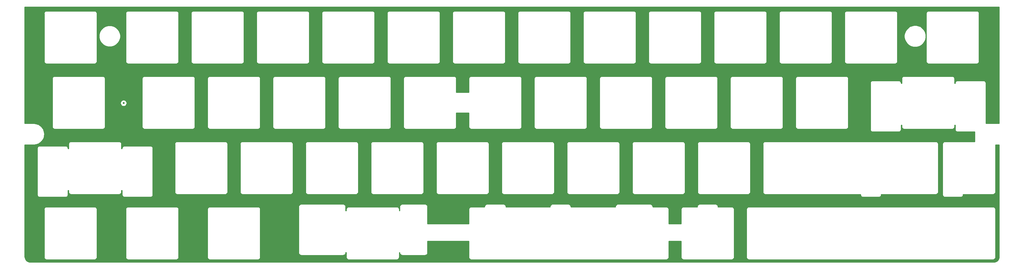
<source format=gbr>
G04 #@! TF.GenerationSoftware,KiCad,Pcbnew,(5.1.10-1-10_14)*
G04 #@! TF.CreationDate,2021-09-01T20:03:42+02:00*
G04 #@! TF.ProjectId,plate,706c6174-652e-46b6-9963-61645f706362,1*
G04 #@! TF.SameCoordinates,Original*
G04 #@! TF.FileFunction,Copper,L2,Bot*
G04 #@! TF.FilePolarity,Positive*
%FSLAX46Y46*%
G04 Gerber Fmt 4.6, Leading zero omitted, Abs format (unit mm)*
G04 Created by KiCad (PCBNEW (5.1.10-1-10_14)) date 2021-09-01 20:03:42*
%MOMM*%
%LPD*%
G01*
G04 APERTURE LIST*
G04 #@! TA.AperFunction,ViaPad*
%ADD10C,0.600000*%
G04 #@! TD*
G04 #@! TA.AperFunction,NonConductor*
%ADD11C,0.254000*%
G04 #@! TD*
G04 #@! TA.AperFunction,NonConductor*
%ADD12C,0.100000*%
G04 #@! TD*
G04 APERTURE END LIST*
D10*
X95964375Y-142875000D03*
D11*
X351213751Y-148807500D02*
X347381125Y-148807500D01*
X347381125Y-137092530D01*
X347384681Y-137056425D01*
X347370490Y-136912340D01*
X347328462Y-136773792D01*
X347260212Y-136646105D01*
X347168363Y-136534187D01*
X347056445Y-136442338D01*
X346928758Y-136374088D01*
X346790210Y-136332060D01*
X346682230Y-136321425D01*
X346646125Y-136317869D01*
X346610020Y-136321425D01*
X339163830Y-136321425D01*
X339127725Y-136317869D01*
X339091620Y-136321425D01*
X338983640Y-136332060D01*
X338845092Y-136374088D01*
X338717405Y-136442338D01*
X338605487Y-136534187D01*
X338513638Y-136646105D01*
X338445388Y-136773792D01*
X338403360Y-136912340D01*
X338389169Y-137056425D01*
X338392725Y-137092530D01*
X338392725Y-137134425D01*
X338237725Y-137134425D01*
X338237725Y-135797330D01*
X338241281Y-135761225D01*
X338227090Y-135617140D01*
X338185062Y-135478592D01*
X338116812Y-135350905D01*
X338024963Y-135238987D01*
X337913045Y-135147138D01*
X337785358Y-135078888D01*
X337646810Y-135036860D01*
X337538830Y-135026225D01*
X337502725Y-135022669D01*
X337466620Y-135026225D01*
X323568829Y-135026225D01*
X323532724Y-135022669D01*
X323496619Y-135026225D01*
X323388639Y-135036860D01*
X323250091Y-135078888D01*
X323122404Y-135147138D01*
X323010486Y-135238987D01*
X322918637Y-135350905D01*
X322850387Y-135478592D01*
X322808359Y-135617140D01*
X322794168Y-135761225D01*
X322797725Y-135797340D01*
X322797724Y-137134425D01*
X322641725Y-137134425D01*
X322641725Y-137092530D01*
X322645281Y-137056425D01*
X322631090Y-136912340D01*
X322589062Y-136773792D01*
X322520812Y-136646105D01*
X322428963Y-136534187D01*
X322317045Y-136442338D01*
X322189358Y-136374088D01*
X322050810Y-136332060D01*
X321942830Y-136321425D01*
X321906725Y-136317869D01*
X321870620Y-136321425D01*
X314424430Y-136321425D01*
X314388325Y-136317869D01*
X314352220Y-136321425D01*
X314244240Y-136332060D01*
X314105692Y-136374088D01*
X313978005Y-136442338D01*
X313866087Y-136534187D01*
X313774238Y-136646105D01*
X313705988Y-136773792D01*
X313663960Y-136912340D01*
X313649769Y-137056425D01*
X313653326Y-137092540D01*
X313653325Y-150482320D01*
X313649769Y-150518425D01*
X313663960Y-150662510D01*
X313705988Y-150801058D01*
X313774238Y-150928745D01*
X313866087Y-151040663D01*
X313978005Y-151132512D01*
X314105692Y-151200762D01*
X314244240Y-151242790D01*
X314388325Y-151256981D01*
X314424430Y-151253425D01*
X321870620Y-151253425D01*
X321906725Y-151256981D01*
X321942830Y-151253425D01*
X322050810Y-151242790D01*
X322189358Y-151200762D01*
X322317045Y-151132512D01*
X322428963Y-151040663D01*
X322520812Y-150928745D01*
X322589062Y-150801058D01*
X322631090Y-150662510D01*
X322645281Y-150518425D01*
X322641725Y-150482320D01*
X322641725Y-149297525D01*
X322797724Y-149297525D01*
X322797724Y-149695419D01*
X322794168Y-149731525D01*
X322808359Y-149875610D01*
X322850387Y-150014158D01*
X322918637Y-150141845D01*
X323010486Y-150253763D01*
X323122404Y-150345612D01*
X323250091Y-150413862D01*
X323388639Y-150455890D01*
X323532724Y-150470081D01*
X323568829Y-150466525D01*
X337466620Y-150466525D01*
X337502725Y-150470081D01*
X337538830Y-150466525D01*
X337646810Y-150455890D01*
X337785358Y-150413862D01*
X337913045Y-150345612D01*
X338024963Y-150253763D01*
X338116812Y-150141845D01*
X338185062Y-150014158D01*
X338227090Y-149875610D01*
X338241281Y-149731525D01*
X338237725Y-149695420D01*
X338237725Y-149297525D01*
X338392726Y-149297525D01*
X338392725Y-150482320D01*
X338389169Y-150518425D01*
X338403360Y-150662510D01*
X338445388Y-150801058D01*
X338513638Y-150928745D01*
X338605487Y-151040663D01*
X338717405Y-151132512D01*
X338845092Y-151200762D01*
X338983640Y-151242790D01*
X339127725Y-151256981D01*
X339163830Y-151253425D01*
X344070000Y-151253425D01*
X344070001Y-154076525D01*
X335474830Y-154076525D01*
X335438725Y-154072969D01*
X335402620Y-154076525D01*
X335294640Y-154087160D01*
X335156092Y-154129188D01*
X335028405Y-154197438D01*
X334916487Y-154289287D01*
X334824638Y-154401205D01*
X334756388Y-154528892D01*
X334714360Y-154667440D01*
X334700169Y-154811525D01*
X334703726Y-154847640D01*
X334703725Y-169532420D01*
X334700169Y-169568525D01*
X334714360Y-169712610D01*
X334756388Y-169851158D01*
X334824638Y-169978845D01*
X334916487Y-170090763D01*
X335028405Y-170182612D01*
X335156092Y-170250862D01*
X335294640Y-170292890D01*
X335438725Y-170307081D01*
X335474830Y-170303525D01*
X339942620Y-170303525D01*
X339978725Y-170307081D01*
X340014830Y-170303525D01*
X340122810Y-170292890D01*
X340261358Y-170250862D01*
X340389045Y-170182612D01*
X340500963Y-170090763D01*
X340592812Y-169978845D01*
X340661062Y-169851158D01*
X340703090Y-169712610D01*
X340717281Y-169568525D01*
X340713725Y-169532420D01*
X340713725Y-169516525D01*
X349372620Y-169516525D01*
X349408725Y-169520081D01*
X349444830Y-169516525D01*
X349552810Y-169505890D01*
X349691358Y-169463862D01*
X349819045Y-169395612D01*
X349930963Y-169303763D01*
X350022812Y-169191845D01*
X350091062Y-169064158D01*
X350133090Y-168925610D01*
X350147281Y-168781525D01*
X350143725Y-168745420D01*
X350143725Y-155040000D01*
X351213751Y-155040000D01*
X351213750Y-187606553D01*
X351178940Y-187961573D01*
X351086274Y-188268496D01*
X350935761Y-188551570D01*
X350733130Y-188800020D01*
X350486101Y-189004380D01*
X350204077Y-189156870D01*
X349897820Y-189251673D01*
X349545049Y-189288750D01*
X68854072Y-189288750D01*
X68499052Y-189253940D01*
X68192129Y-189161274D01*
X67909055Y-189010761D01*
X67660605Y-188808130D01*
X67456245Y-188561101D01*
X67303755Y-188279077D01*
X67208952Y-187972820D01*
X67171875Y-187620049D01*
X67171875Y-173861524D01*
X72762669Y-173861524D01*
X72766226Y-173897639D01*
X72766225Y-187795420D01*
X72762669Y-187831525D01*
X72776860Y-187975610D01*
X72818888Y-188114158D01*
X72887138Y-188241845D01*
X72978987Y-188353763D01*
X73028161Y-188394119D01*
X73090905Y-188445612D01*
X73218592Y-188513862D01*
X73357140Y-188555890D01*
X73501225Y-188570081D01*
X73537330Y-188566525D01*
X87435120Y-188566525D01*
X87471225Y-188570081D01*
X87507330Y-188566525D01*
X87615310Y-188555890D01*
X87753858Y-188513862D01*
X87881545Y-188445612D01*
X87993463Y-188353763D01*
X88085312Y-188241845D01*
X88153562Y-188114158D01*
X88195590Y-187975610D01*
X88209781Y-187831525D01*
X88206225Y-187795420D01*
X88206225Y-173897628D01*
X88209781Y-173861524D01*
X96575169Y-173861524D01*
X96578726Y-173897639D01*
X96578725Y-187795420D01*
X96575169Y-187831525D01*
X96589360Y-187975610D01*
X96631388Y-188114158D01*
X96699638Y-188241845D01*
X96791487Y-188353763D01*
X96840661Y-188394119D01*
X96903405Y-188445612D01*
X97031092Y-188513862D01*
X97169640Y-188555890D01*
X97313725Y-188570081D01*
X97349830Y-188566525D01*
X111247620Y-188566525D01*
X111283725Y-188570081D01*
X111319830Y-188566525D01*
X111427810Y-188555890D01*
X111566358Y-188513862D01*
X111694045Y-188445612D01*
X111805963Y-188353763D01*
X111897812Y-188241845D01*
X111966062Y-188114158D01*
X112008090Y-187975610D01*
X112022281Y-187831525D01*
X112018725Y-187795420D01*
X112018725Y-173897628D01*
X112022281Y-173861524D01*
X120387669Y-173861524D01*
X120391226Y-173897639D01*
X120391225Y-187795420D01*
X120387669Y-187831525D01*
X120401860Y-187975610D01*
X120443888Y-188114158D01*
X120512138Y-188241845D01*
X120603987Y-188353763D01*
X120653161Y-188394119D01*
X120715905Y-188445612D01*
X120843592Y-188513862D01*
X120982140Y-188555890D01*
X121126225Y-188570081D01*
X121162330Y-188566525D01*
X135060120Y-188566525D01*
X135096225Y-188570081D01*
X135132330Y-188566525D01*
X135240310Y-188555890D01*
X135378858Y-188513862D01*
X135506545Y-188445612D01*
X135618463Y-188353763D01*
X135710312Y-188241845D01*
X135778562Y-188114158D01*
X135820590Y-187975610D01*
X135834781Y-187831525D01*
X135831225Y-187795420D01*
X135831225Y-173897628D01*
X135834781Y-173861524D01*
X135820590Y-173717439D01*
X135778562Y-173578891D01*
X135710312Y-173451204D01*
X135618463Y-173339286D01*
X135506545Y-173247437D01*
X135378858Y-173179187D01*
X135240310Y-173137159D01*
X135132330Y-173126524D01*
X135096225Y-173122968D01*
X135060120Y-173126524D01*
X121162330Y-173126524D01*
X121126225Y-173122968D01*
X121090120Y-173126524D01*
X120982140Y-173137159D01*
X120843592Y-173179187D01*
X120715905Y-173247437D01*
X120603987Y-173339286D01*
X120512138Y-173451204D01*
X120443888Y-173578891D01*
X120401860Y-173717439D01*
X120387669Y-173861524D01*
X112022281Y-173861524D01*
X112008090Y-173717439D01*
X111966062Y-173578891D01*
X111897812Y-173451204D01*
X111805963Y-173339286D01*
X111694045Y-173247437D01*
X111566358Y-173179187D01*
X111427810Y-173137159D01*
X111319830Y-173126524D01*
X111283725Y-173122968D01*
X111247620Y-173126524D01*
X97349830Y-173126524D01*
X97313725Y-173122968D01*
X97277620Y-173126524D01*
X97169640Y-173137159D01*
X97031092Y-173179187D01*
X96903405Y-173247437D01*
X96791487Y-173339286D01*
X96699638Y-173451204D01*
X96631388Y-173578891D01*
X96589360Y-173717439D01*
X96575169Y-173861524D01*
X88209781Y-173861524D01*
X88195590Y-173717439D01*
X88153562Y-173578891D01*
X88085312Y-173451204D01*
X87993463Y-173339286D01*
X87881545Y-173247437D01*
X87753858Y-173179187D01*
X87615310Y-173137159D01*
X87507330Y-173126524D01*
X87471225Y-173122968D01*
X87435120Y-173126524D01*
X73537330Y-173126524D01*
X73501225Y-173122968D01*
X73465120Y-173126524D01*
X73357140Y-173137159D01*
X73218592Y-173179187D01*
X73090905Y-173247437D01*
X72978987Y-173339286D01*
X72887138Y-173451204D01*
X72818888Y-173578891D01*
X72776860Y-173717439D01*
X72762669Y-173861524D01*
X67171875Y-173861524D01*
X67171875Y-173073525D01*
X146994169Y-173073525D01*
X146997726Y-173109640D01*
X146997725Y-186499420D01*
X146994169Y-186535525D01*
X147008360Y-186679610D01*
X147050388Y-186818158D01*
X147118638Y-186945845D01*
X147210487Y-187057763D01*
X147289708Y-187122778D01*
X147322405Y-187149612D01*
X147450092Y-187217862D01*
X147588640Y-187259890D01*
X147732725Y-187274081D01*
X147768830Y-187270525D01*
X159945620Y-187270525D01*
X159981725Y-187274081D01*
X160017830Y-187270525D01*
X160125810Y-187259890D01*
X160264358Y-187217862D01*
X160392045Y-187149612D01*
X160503963Y-187057763D01*
X160595812Y-186945845D01*
X160664062Y-186818158D01*
X160706090Y-186679610D01*
X160720281Y-186535525D01*
X160716725Y-186499420D01*
X160716725Y-186458525D01*
X160872726Y-186458525D01*
X160872725Y-187795420D01*
X160869169Y-187831525D01*
X160883360Y-187975610D01*
X160925388Y-188114158D01*
X160993638Y-188241845D01*
X161085487Y-188353763D01*
X161134661Y-188394119D01*
X161197405Y-188445612D01*
X161325092Y-188513862D01*
X161463640Y-188555890D01*
X161607725Y-188570081D01*
X161643830Y-188566525D01*
X175541620Y-188566525D01*
X175577725Y-188570081D01*
X175613830Y-188566525D01*
X175721810Y-188555890D01*
X175860358Y-188513862D01*
X175988045Y-188445612D01*
X176099963Y-188353763D01*
X176191812Y-188241845D01*
X176260062Y-188114158D01*
X176302090Y-187975610D01*
X176316281Y-187831525D01*
X176312725Y-187795420D01*
X176312725Y-186458525D01*
X176467725Y-186458525D01*
X176467725Y-186499420D01*
X176464169Y-186535525D01*
X176478360Y-186679610D01*
X176520388Y-186818158D01*
X176588638Y-186945845D01*
X176680487Y-187057763D01*
X176759708Y-187122778D01*
X176792405Y-187149612D01*
X176920092Y-187217862D01*
X177058640Y-187259890D01*
X177202725Y-187274081D01*
X177238830Y-187270525D01*
X183821620Y-187270525D01*
X183857725Y-187274081D01*
X183893830Y-187270525D01*
X184001810Y-187259890D01*
X184140358Y-187217862D01*
X184268045Y-187149612D01*
X184379963Y-187057763D01*
X184471812Y-186945845D01*
X184540062Y-186818158D01*
X184582090Y-186679610D01*
X184596281Y-186535525D01*
X184592725Y-186499420D01*
X184592725Y-183138750D01*
X196591725Y-183138750D01*
X196591726Y-187795410D01*
X196588169Y-187831525D01*
X196602360Y-187975610D01*
X196644388Y-188114158D01*
X196712638Y-188241845D01*
X196804487Y-188353763D01*
X196916405Y-188445612D01*
X197044092Y-188513862D01*
X197182640Y-188555890D01*
X197290620Y-188566525D01*
X197326725Y-188570081D01*
X197362830Y-188566525D01*
X254122620Y-188566525D01*
X254158725Y-188570081D01*
X254194830Y-188566525D01*
X254302810Y-188555890D01*
X254441358Y-188513862D01*
X254569045Y-188445612D01*
X254680963Y-188353763D01*
X254772812Y-188241845D01*
X254841062Y-188114158D01*
X254883090Y-187975610D01*
X254897281Y-187831525D01*
X254893725Y-187795420D01*
X254893725Y-183138750D01*
X258503726Y-183138750D01*
X258503725Y-187795420D01*
X258500169Y-187831525D01*
X258514360Y-187975610D01*
X258556388Y-188114158D01*
X258624638Y-188241845D01*
X258716487Y-188353763D01*
X258765661Y-188394119D01*
X258828405Y-188445612D01*
X258956092Y-188513862D01*
X259094640Y-188555890D01*
X259238725Y-188570081D01*
X259274830Y-188566525D01*
X273172620Y-188566525D01*
X273208725Y-188570081D01*
X273244830Y-188566525D01*
X273352810Y-188555890D01*
X273491358Y-188513862D01*
X273619045Y-188445612D01*
X273730963Y-188353763D01*
X273822812Y-188241845D01*
X273891062Y-188114158D01*
X273933090Y-187975610D01*
X273947281Y-187831525D01*
X273943725Y-187795420D01*
X273943725Y-173897628D01*
X273947281Y-173861524D01*
X277550169Y-173861524D01*
X277553726Y-173897639D01*
X277553725Y-187795420D01*
X277550169Y-187831525D01*
X277564360Y-187975610D01*
X277606388Y-188114158D01*
X277674638Y-188241845D01*
X277766487Y-188353763D01*
X277815661Y-188394119D01*
X277878405Y-188445612D01*
X278006092Y-188513862D01*
X278144640Y-188555890D01*
X278288725Y-188570081D01*
X278324830Y-188566525D01*
X349372620Y-188566525D01*
X349408725Y-188570081D01*
X349444830Y-188566525D01*
X349552810Y-188555890D01*
X349691358Y-188513862D01*
X349819045Y-188445612D01*
X349930963Y-188353763D01*
X350022812Y-188241845D01*
X350091062Y-188114158D01*
X350133090Y-187975610D01*
X350147281Y-187831525D01*
X350143725Y-187795420D01*
X350143725Y-173897628D01*
X350147281Y-173861524D01*
X350133090Y-173717439D01*
X350091062Y-173578891D01*
X350022812Y-173451204D01*
X349930963Y-173339286D01*
X349819045Y-173247437D01*
X349691358Y-173179187D01*
X349552810Y-173137159D01*
X349444830Y-173126524D01*
X349408725Y-173122968D01*
X349372620Y-173126524D01*
X278324830Y-173126524D01*
X278288725Y-173122968D01*
X278252620Y-173126524D01*
X278144640Y-173137159D01*
X278006092Y-173179187D01*
X277878405Y-173247437D01*
X277766487Y-173339286D01*
X277674638Y-173451204D01*
X277606388Y-173578891D01*
X277564360Y-173717439D01*
X277550169Y-173861524D01*
X273947281Y-173861524D01*
X273933090Y-173717439D01*
X273891062Y-173578891D01*
X273822812Y-173451204D01*
X273730963Y-173339286D01*
X273619045Y-173247437D01*
X273491358Y-173179187D01*
X273352810Y-173137159D01*
X273244830Y-173126524D01*
X273208725Y-173122968D01*
X273172620Y-173126524D01*
X269244725Y-173126524D01*
X269244725Y-173110629D01*
X269248281Y-173074524D01*
X269234090Y-172930439D01*
X269192062Y-172791891D01*
X269123812Y-172664204D01*
X269031963Y-172552286D01*
X268920045Y-172460437D01*
X268792358Y-172392187D01*
X268653810Y-172350159D01*
X268545830Y-172339524D01*
X268509725Y-172335968D01*
X268473620Y-172339524D01*
X263973830Y-172339524D01*
X263937725Y-172335968D01*
X263901620Y-172339524D01*
X263793640Y-172350159D01*
X263655092Y-172392187D01*
X263527405Y-172460437D01*
X263415487Y-172552286D01*
X263323638Y-172664204D01*
X263255388Y-172791891D01*
X263213360Y-172930439D01*
X263199169Y-173074524D01*
X263202725Y-173110629D01*
X263202725Y-173126524D01*
X259274830Y-173126524D01*
X259238725Y-173122968D01*
X259202620Y-173126524D01*
X259094640Y-173137159D01*
X258956092Y-173179187D01*
X258828405Y-173247437D01*
X258716487Y-173339286D01*
X258624638Y-173451204D01*
X258556388Y-173578891D01*
X258514360Y-173717439D01*
X258500169Y-173861524D01*
X258503725Y-173897628D01*
X258503726Y-178096875D01*
X254893725Y-178096875D01*
X254893725Y-173897700D01*
X254897280Y-173861682D01*
X254893725Y-173825508D01*
X254893725Y-173825419D01*
X254889763Y-173785195D01*
X254883120Y-173717595D01*
X254883098Y-173717523D01*
X254883090Y-173717439D01*
X254860893Y-173644265D01*
X254841122Y-173579038D01*
X254841086Y-173578971D01*
X254841062Y-173578891D01*
X254804937Y-173511306D01*
X254772899Y-173451336D01*
X254772852Y-173451278D01*
X254772812Y-173451204D01*
X254725602Y-173393680D01*
X254681074Y-173339398D01*
X254681012Y-173339347D01*
X254680962Y-173339286D01*
X254625466Y-173293741D01*
X254569176Y-173247525D01*
X254569105Y-173247487D01*
X254569044Y-173247437D01*
X254504588Y-173212984D01*
X254441503Y-173179248D01*
X254441429Y-173179226D01*
X254441357Y-173179187D01*
X254370767Y-173157774D01*
X254302964Y-173137190D01*
X254302886Y-173137182D01*
X254302809Y-173137159D01*
X254229800Y-173129968D01*
X254194987Y-173126532D01*
X254194911Y-173126532D01*
X254158725Y-173122968D01*
X254122696Y-173126517D01*
X250226725Y-173125683D01*
X250226725Y-173109630D01*
X250230281Y-173073525D01*
X250216090Y-172929440D01*
X250174062Y-172790892D01*
X250105812Y-172663205D01*
X250013963Y-172551287D01*
X249902045Y-172459438D01*
X249774358Y-172391188D01*
X249635810Y-172349160D01*
X249527830Y-172338525D01*
X249491725Y-172334969D01*
X249455620Y-172338525D01*
X240129830Y-172338525D01*
X240093725Y-172334969D01*
X240057620Y-172338525D01*
X239949640Y-172349160D01*
X239811092Y-172391188D01*
X239683405Y-172459438D01*
X239571487Y-172551287D01*
X239479638Y-172663205D01*
X239411388Y-172790892D01*
X239369360Y-172929440D01*
X239355169Y-173073525D01*
X239358725Y-173109630D01*
X239358725Y-173125525D01*
X226350725Y-173125525D01*
X226350725Y-173109630D01*
X226354281Y-173073525D01*
X226340090Y-172929440D01*
X226298062Y-172790892D01*
X226229812Y-172663205D01*
X226137963Y-172551287D01*
X226026045Y-172459438D01*
X225898358Y-172391188D01*
X225759810Y-172349160D01*
X225651830Y-172338525D01*
X225615725Y-172334969D01*
X225579620Y-172338525D01*
X221079830Y-172338525D01*
X221043725Y-172334969D01*
X221007620Y-172338525D01*
X220899640Y-172349160D01*
X220761092Y-172391188D01*
X220633405Y-172459438D01*
X220521487Y-172551287D01*
X220429638Y-172663205D01*
X220361388Y-172790892D01*
X220319360Y-172929440D01*
X220305169Y-173073525D01*
X220308725Y-173109630D01*
X220308725Y-173125577D01*
X207427500Y-173126473D01*
X207427500Y-173109630D01*
X207431056Y-173073525D01*
X207416865Y-172929440D01*
X207374837Y-172790892D01*
X207306587Y-172663205D01*
X207214738Y-172551287D01*
X207102820Y-172459438D01*
X206975133Y-172391188D01*
X206836585Y-172349160D01*
X206728605Y-172338525D01*
X206692500Y-172334969D01*
X206656395Y-172338525D01*
X201966105Y-172338525D01*
X201930000Y-172334969D01*
X201893895Y-172338525D01*
X201785915Y-172349160D01*
X201647367Y-172391188D01*
X201519680Y-172459438D01*
X201407762Y-172551287D01*
X201315913Y-172663205D01*
X201247663Y-172790892D01*
X201205635Y-172929440D01*
X201191444Y-173073525D01*
X201195000Y-173109630D01*
X201195000Y-173126524D01*
X197362830Y-173126524D01*
X197326725Y-173122968D01*
X197290620Y-173126524D01*
X197182640Y-173137159D01*
X197044092Y-173179187D01*
X196916405Y-173247437D01*
X196804487Y-173339286D01*
X196712638Y-173451204D01*
X196644388Y-173578891D01*
X196602360Y-173717439D01*
X196588169Y-173861524D01*
X196591726Y-173897639D01*
X196591725Y-178096875D01*
X184592725Y-178096875D01*
X184592725Y-173109630D01*
X184596281Y-173073525D01*
X184582090Y-172929440D01*
X184540062Y-172790892D01*
X184471812Y-172663205D01*
X184379963Y-172551287D01*
X184268045Y-172459438D01*
X184140358Y-172391188D01*
X184001810Y-172349160D01*
X183893830Y-172338525D01*
X183857725Y-172334969D01*
X183821620Y-172338525D01*
X177238830Y-172338525D01*
X177202725Y-172334969D01*
X177166620Y-172338525D01*
X177058640Y-172349160D01*
X176920092Y-172391188D01*
X176792405Y-172459438D01*
X176680487Y-172551287D01*
X176588638Y-172663205D01*
X176520388Y-172790892D01*
X176478360Y-172929440D01*
X176464169Y-173073525D01*
X176467726Y-173109640D01*
X176467725Y-174294525D01*
X176312725Y-174294525D01*
X176312725Y-173897628D01*
X176316281Y-173861524D01*
X176302090Y-173717439D01*
X176260062Y-173578891D01*
X176191812Y-173451204D01*
X176099963Y-173339286D01*
X175988045Y-173247437D01*
X175860358Y-173179187D01*
X175721810Y-173137159D01*
X175613830Y-173126524D01*
X175577725Y-173122968D01*
X175541620Y-173126524D01*
X161643830Y-173126524D01*
X161607725Y-173122968D01*
X161571620Y-173126524D01*
X161463640Y-173137159D01*
X161325092Y-173179187D01*
X161197405Y-173247437D01*
X161085487Y-173339286D01*
X160993638Y-173451204D01*
X160925388Y-173578891D01*
X160883360Y-173717439D01*
X160869169Y-173861524D01*
X160872726Y-173897639D01*
X160872726Y-174294525D01*
X160716725Y-174294525D01*
X160716725Y-173109630D01*
X160720281Y-173073525D01*
X160706090Y-172929440D01*
X160664062Y-172790892D01*
X160595812Y-172663205D01*
X160503963Y-172551287D01*
X160392045Y-172459438D01*
X160264358Y-172391188D01*
X160125810Y-172349160D01*
X160017830Y-172338525D01*
X159981725Y-172334969D01*
X159945620Y-172338525D01*
X147768830Y-172338525D01*
X147732725Y-172334969D01*
X147696620Y-172338525D01*
X147588640Y-172349160D01*
X147450092Y-172391188D01*
X147322405Y-172459438D01*
X147210487Y-172551287D01*
X147118638Y-172663205D01*
X147050388Y-172790892D01*
X147008360Y-172929440D01*
X146994169Y-173073525D01*
X67171875Y-173073525D01*
X67171875Y-156106525D01*
X70762369Y-156106525D01*
X70765926Y-156142640D01*
X70765925Y-169532420D01*
X70762369Y-169568525D01*
X70776560Y-169712610D01*
X70818588Y-169851158D01*
X70886838Y-169978845D01*
X70978687Y-170090763D01*
X71090605Y-170182612D01*
X71218292Y-170250862D01*
X71356840Y-170292890D01*
X71500925Y-170307081D01*
X71537030Y-170303525D01*
X78983220Y-170303525D01*
X79019325Y-170307081D01*
X79055430Y-170303525D01*
X79163410Y-170292890D01*
X79301958Y-170250862D01*
X79429645Y-170182612D01*
X79541563Y-170090763D01*
X79633412Y-169978845D01*
X79701662Y-169851158D01*
X79743690Y-169712610D01*
X79757881Y-169568525D01*
X79754325Y-169532420D01*
X79754325Y-168347525D01*
X79909925Y-168347525D01*
X79909925Y-168745419D01*
X79906369Y-168781525D01*
X79920560Y-168925610D01*
X79962588Y-169064158D01*
X80030838Y-169191845D01*
X80122687Y-169303763D01*
X80234605Y-169395612D01*
X80362292Y-169463862D01*
X80500840Y-169505890D01*
X80644925Y-169520081D01*
X80681030Y-169516525D01*
X94578820Y-169516525D01*
X94614925Y-169520081D01*
X94651030Y-169516525D01*
X94759010Y-169505890D01*
X94897558Y-169463862D01*
X95025245Y-169395612D01*
X95137163Y-169303763D01*
X95229012Y-169191845D01*
X95297262Y-169064158D01*
X95339290Y-168925610D01*
X95353481Y-168781525D01*
X95349925Y-168745420D01*
X95349925Y-168347525D01*
X95505526Y-168347525D01*
X95505525Y-169532420D01*
X95501969Y-169568525D01*
X95516160Y-169712610D01*
X95558188Y-169851158D01*
X95626438Y-169978845D01*
X95718287Y-170090763D01*
X95830205Y-170182612D01*
X95957892Y-170250862D01*
X96096440Y-170292890D01*
X96240525Y-170307081D01*
X96276630Y-170303525D01*
X103722820Y-170303525D01*
X103758925Y-170307081D01*
X103795030Y-170303525D01*
X103903010Y-170292890D01*
X104041558Y-170250862D01*
X104169245Y-170182612D01*
X104281163Y-170090763D01*
X104373012Y-169978845D01*
X104441262Y-169851158D01*
X104483290Y-169712610D01*
X104497481Y-169568525D01*
X104493925Y-169532420D01*
X104493925Y-156142630D01*
X104497481Y-156106525D01*
X104483290Y-155962440D01*
X104441262Y-155823892D01*
X104373012Y-155696205D01*
X104281163Y-155584287D01*
X104169245Y-155492438D01*
X104041558Y-155424188D01*
X103903010Y-155382160D01*
X103795030Y-155371525D01*
X103758925Y-155367969D01*
X103722820Y-155371525D01*
X96276630Y-155371525D01*
X96240525Y-155367969D01*
X96204420Y-155371525D01*
X96096440Y-155382160D01*
X95957892Y-155424188D01*
X95830205Y-155492438D01*
X95718287Y-155584287D01*
X95626438Y-155696205D01*
X95558188Y-155823892D01*
X95516160Y-155962440D01*
X95501969Y-156106525D01*
X95505525Y-156142630D01*
X95505525Y-156184525D01*
X95349925Y-156184525D01*
X95349925Y-154847630D01*
X95353481Y-154811525D01*
X110862669Y-154811525D01*
X110866226Y-154847640D01*
X110866225Y-168745420D01*
X110862669Y-168781525D01*
X110876860Y-168925610D01*
X110918888Y-169064158D01*
X110987138Y-169191845D01*
X111078987Y-169303763D01*
X111190905Y-169395612D01*
X111318592Y-169463862D01*
X111457140Y-169505890D01*
X111601225Y-169520081D01*
X111637330Y-169516525D01*
X125535120Y-169516525D01*
X125571225Y-169520081D01*
X125607330Y-169516525D01*
X125715310Y-169505890D01*
X125853858Y-169463862D01*
X125981545Y-169395612D01*
X126093463Y-169303763D01*
X126185312Y-169191845D01*
X126253562Y-169064158D01*
X126295590Y-168925610D01*
X126309781Y-168781525D01*
X126306225Y-168745420D01*
X126306225Y-154847630D01*
X126309781Y-154811525D01*
X129912669Y-154811525D01*
X129916226Y-154847640D01*
X129916225Y-168745420D01*
X129912669Y-168781525D01*
X129926860Y-168925610D01*
X129968888Y-169064158D01*
X130037138Y-169191845D01*
X130128987Y-169303763D01*
X130240905Y-169395612D01*
X130368592Y-169463862D01*
X130507140Y-169505890D01*
X130651225Y-169520081D01*
X130687330Y-169516525D01*
X144585120Y-169516525D01*
X144621225Y-169520081D01*
X144657330Y-169516525D01*
X144765310Y-169505890D01*
X144903858Y-169463862D01*
X145031545Y-169395612D01*
X145143463Y-169303763D01*
X145235312Y-169191845D01*
X145303562Y-169064158D01*
X145345590Y-168925610D01*
X145359781Y-168781525D01*
X145356225Y-168745420D01*
X145356225Y-154847630D01*
X145359781Y-154811525D01*
X148962669Y-154811525D01*
X148966226Y-154847640D01*
X148966225Y-168745420D01*
X148962669Y-168781525D01*
X148976860Y-168925610D01*
X149018888Y-169064158D01*
X149087138Y-169191845D01*
X149178987Y-169303763D01*
X149290905Y-169395612D01*
X149418592Y-169463862D01*
X149557140Y-169505890D01*
X149701225Y-169520081D01*
X149737330Y-169516525D01*
X163634620Y-169516525D01*
X163670725Y-169520081D01*
X163706830Y-169516525D01*
X163814810Y-169505890D01*
X163953358Y-169463862D01*
X164081045Y-169395612D01*
X164192963Y-169303763D01*
X164284812Y-169191845D01*
X164353062Y-169064158D01*
X164395090Y-168925610D01*
X164409281Y-168781525D01*
X164405725Y-168745420D01*
X164405725Y-154847630D01*
X164409281Y-154811525D01*
X168013169Y-154811525D01*
X168016726Y-154847640D01*
X168016725Y-168745420D01*
X168013169Y-168781525D01*
X168027360Y-168925610D01*
X168069388Y-169064158D01*
X168137638Y-169191845D01*
X168229487Y-169303763D01*
X168341405Y-169395612D01*
X168469092Y-169463862D01*
X168607640Y-169505890D01*
X168751725Y-169520081D01*
X168787830Y-169516525D01*
X182684620Y-169516525D01*
X182720725Y-169520081D01*
X182756830Y-169516525D01*
X182864810Y-169505890D01*
X183003358Y-169463862D01*
X183131045Y-169395612D01*
X183242963Y-169303763D01*
X183334812Y-169191845D01*
X183403062Y-169064158D01*
X183445090Y-168925610D01*
X183459281Y-168781525D01*
X183455725Y-168745420D01*
X183455725Y-154847630D01*
X183459281Y-154811525D01*
X187062169Y-154811525D01*
X187065726Y-154847640D01*
X187065725Y-168745420D01*
X187062169Y-168781525D01*
X187076360Y-168925610D01*
X187118388Y-169064158D01*
X187186638Y-169191845D01*
X187278487Y-169303763D01*
X187390405Y-169395612D01*
X187518092Y-169463862D01*
X187656640Y-169505890D01*
X187800725Y-169520081D01*
X187836830Y-169516525D01*
X201734620Y-169516525D01*
X201770725Y-169520081D01*
X201806830Y-169516525D01*
X201914810Y-169505890D01*
X202053358Y-169463862D01*
X202181045Y-169395612D01*
X202292963Y-169303763D01*
X202384812Y-169191845D01*
X202453062Y-169064158D01*
X202495090Y-168925610D01*
X202509281Y-168781525D01*
X202505725Y-168745420D01*
X202505725Y-154847630D01*
X202509281Y-154811525D01*
X206112169Y-154811525D01*
X206115726Y-154847640D01*
X206115725Y-168745420D01*
X206112169Y-168781525D01*
X206126360Y-168925610D01*
X206168388Y-169064158D01*
X206236638Y-169191845D01*
X206328487Y-169303763D01*
X206440405Y-169395612D01*
X206568092Y-169463862D01*
X206706640Y-169505890D01*
X206850725Y-169520081D01*
X206886830Y-169516525D01*
X220784620Y-169516525D01*
X220820725Y-169520081D01*
X220856830Y-169516525D01*
X220964810Y-169505890D01*
X221103358Y-169463862D01*
X221231045Y-169395612D01*
X221342963Y-169303763D01*
X221434812Y-169191845D01*
X221503062Y-169064158D01*
X221545090Y-168925610D01*
X221559281Y-168781525D01*
X221555725Y-168745420D01*
X221555725Y-154847630D01*
X221559281Y-154811525D01*
X225162169Y-154811525D01*
X225165726Y-154847640D01*
X225165725Y-168745420D01*
X225162169Y-168781525D01*
X225176360Y-168925610D01*
X225218388Y-169064158D01*
X225286638Y-169191845D01*
X225378487Y-169303763D01*
X225490405Y-169395612D01*
X225618092Y-169463862D01*
X225756640Y-169505890D01*
X225900725Y-169520081D01*
X225936830Y-169516525D01*
X239834620Y-169516525D01*
X239870725Y-169520081D01*
X239906830Y-169516525D01*
X240014810Y-169505890D01*
X240153358Y-169463862D01*
X240281045Y-169395612D01*
X240392963Y-169303763D01*
X240484812Y-169191845D01*
X240553062Y-169064158D01*
X240595090Y-168925610D01*
X240609281Y-168781525D01*
X240605725Y-168745420D01*
X240605725Y-154847630D01*
X240609281Y-154811525D01*
X244213169Y-154811525D01*
X244216726Y-154847640D01*
X244216725Y-168745420D01*
X244213169Y-168781525D01*
X244227360Y-168925610D01*
X244269388Y-169064158D01*
X244337638Y-169191845D01*
X244429487Y-169303763D01*
X244541405Y-169395612D01*
X244669092Y-169463862D01*
X244807640Y-169505890D01*
X244951725Y-169520081D01*
X244987830Y-169516525D01*
X258885620Y-169516525D01*
X258921725Y-169520081D01*
X258957830Y-169516525D01*
X259065810Y-169505890D01*
X259204358Y-169463862D01*
X259332045Y-169395612D01*
X259443963Y-169303763D01*
X259535812Y-169191845D01*
X259604062Y-169064158D01*
X259646090Y-168925610D01*
X259660281Y-168781525D01*
X259656725Y-168745420D01*
X259656725Y-154847630D01*
X259660281Y-154811525D01*
X263262169Y-154811525D01*
X263265726Y-154847640D01*
X263265725Y-168745420D01*
X263262169Y-168781525D01*
X263276360Y-168925610D01*
X263318388Y-169064158D01*
X263386638Y-169191845D01*
X263478487Y-169303763D01*
X263590405Y-169395612D01*
X263718092Y-169463862D01*
X263856640Y-169505890D01*
X264000725Y-169520081D01*
X264036830Y-169516525D01*
X277934620Y-169516525D01*
X277970725Y-169520081D01*
X278006830Y-169516525D01*
X278114810Y-169505890D01*
X278253358Y-169463862D01*
X278381045Y-169395612D01*
X278492963Y-169303763D01*
X278584812Y-169191845D01*
X278653062Y-169064158D01*
X278695090Y-168925610D01*
X278709281Y-168781525D01*
X278705725Y-168745420D01*
X278705725Y-154847630D01*
X278709281Y-154811525D01*
X282312169Y-154811525D01*
X282315726Y-154847640D01*
X282315725Y-168745420D01*
X282312169Y-168781525D01*
X282326360Y-168925610D01*
X282368388Y-169064158D01*
X282436638Y-169191845D01*
X282528487Y-169303763D01*
X282640405Y-169395612D01*
X282768092Y-169463862D01*
X282906640Y-169505890D01*
X283050725Y-169520081D01*
X283086830Y-169516525D01*
X310795725Y-169516525D01*
X310795725Y-169532420D01*
X310792169Y-169568525D01*
X310806360Y-169712610D01*
X310848388Y-169851158D01*
X310916638Y-169978845D01*
X311008487Y-170090763D01*
X311120405Y-170182612D01*
X311248092Y-170250862D01*
X311386640Y-170292890D01*
X311530725Y-170307081D01*
X311566830Y-170303525D01*
X316066619Y-170303525D01*
X316102724Y-170307081D01*
X316138829Y-170303525D01*
X316246809Y-170292890D01*
X316385357Y-170250862D01*
X316513044Y-170182612D01*
X316624962Y-170090763D01*
X316716811Y-169978845D01*
X316785061Y-169851158D01*
X316827089Y-169712610D01*
X316841280Y-169568525D01*
X316837724Y-169532420D01*
X316837724Y-169516525D01*
X332703620Y-169516525D01*
X332739725Y-169520081D01*
X332775830Y-169516525D01*
X332883810Y-169505890D01*
X333022358Y-169463862D01*
X333150045Y-169395612D01*
X333261963Y-169303763D01*
X333353812Y-169191845D01*
X333422062Y-169064158D01*
X333464090Y-168925610D01*
X333478281Y-168781525D01*
X333474725Y-168745420D01*
X333474725Y-154847630D01*
X333478281Y-154811525D01*
X333464090Y-154667440D01*
X333422062Y-154528892D01*
X333353812Y-154401205D01*
X333261963Y-154289287D01*
X333150045Y-154197438D01*
X333022358Y-154129188D01*
X332883810Y-154087160D01*
X332775830Y-154076525D01*
X332739725Y-154072969D01*
X332703620Y-154076525D01*
X283086830Y-154076525D01*
X283050725Y-154072969D01*
X283014620Y-154076525D01*
X282906640Y-154087160D01*
X282768092Y-154129188D01*
X282640405Y-154197438D01*
X282528487Y-154289287D01*
X282436638Y-154401205D01*
X282368388Y-154528892D01*
X282326360Y-154667440D01*
X282312169Y-154811525D01*
X278709281Y-154811525D01*
X278695090Y-154667440D01*
X278653062Y-154528892D01*
X278584812Y-154401205D01*
X278492963Y-154289287D01*
X278381045Y-154197438D01*
X278253358Y-154129188D01*
X278114810Y-154087160D01*
X278006830Y-154076525D01*
X277970725Y-154072969D01*
X277934620Y-154076525D01*
X264036830Y-154076525D01*
X264000725Y-154072969D01*
X263964620Y-154076525D01*
X263856640Y-154087160D01*
X263718092Y-154129188D01*
X263590405Y-154197438D01*
X263478487Y-154289287D01*
X263386638Y-154401205D01*
X263318388Y-154528892D01*
X263276360Y-154667440D01*
X263262169Y-154811525D01*
X259660281Y-154811525D01*
X259646090Y-154667440D01*
X259604062Y-154528892D01*
X259535812Y-154401205D01*
X259443963Y-154289287D01*
X259332045Y-154197438D01*
X259204358Y-154129188D01*
X259065810Y-154087160D01*
X258957830Y-154076525D01*
X258921725Y-154072969D01*
X258885620Y-154076525D01*
X244987830Y-154076525D01*
X244951725Y-154072969D01*
X244915620Y-154076525D01*
X244807640Y-154087160D01*
X244669092Y-154129188D01*
X244541405Y-154197438D01*
X244429487Y-154289287D01*
X244337638Y-154401205D01*
X244269388Y-154528892D01*
X244227360Y-154667440D01*
X244213169Y-154811525D01*
X240609281Y-154811525D01*
X240595090Y-154667440D01*
X240553062Y-154528892D01*
X240484812Y-154401205D01*
X240392963Y-154289287D01*
X240281045Y-154197438D01*
X240153358Y-154129188D01*
X240014810Y-154087160D01*
X239906830Y-154076525D01*
X239870725Y-154072969D01*
X239834620Y-154076525D01*
X225936830Y-154076525D01*
X225900725Y-154072969D01*
X225864620Y-154076525D01*
X225756640Y-154087160D01*
X225618092Y-154129188D01*
X225490405Y-154197438D01*
X225378487Y-154289287D01*
X225286638Y-154401205D01*
X225218388Y-154528892D01*
X225176360Y-154667440D01*
X225162169Y-154811525D01*
X221559281Y-154811525D01*
X221545090Y-154667440D01*
X221503062Y-154528892D01*
X221434812Y-154401205D01*
X221342963Y-154289287D01*
X221231045Y-154197438D01*
X221103358Y-154129188D01*
X220964810Y-154087160D01*
X220856830Y-154076525D01*
X220820725Y-154072969D01*
X220784620Y-154076525D01*
X206886830Y-154076525D01*
X206850725Y-154072969D01*
X206814620Y-154076525D01*
X206706640Y-154087160D01*
X206568092Y-154129188D01*
X206440405Y-154197438D01*
X206328487Y-154289287D01*
X206236638Y-154401205D01*
X206168388Y-154528892D01*
X206126360Y-154667440D01*
X206112169Y-154811525D01*
X202509281Y-154811525D01*
X202495090Y-154667440D01*
X202453062Y-154528892D01*
X202384812Y-154401205D01*
X202292963Y-154289287D01*
X202181045Y-154197438D01*
X202053358Y-154129188D01*
X201914810Y-154087160D01*
X201806830Y-154076525D01*
X201770725Y-154072969D01*
X201734620Y-154076525D01*
X187836830Y-154076525D01*
X187800725Y-154072969D01*
X187764620Y-154076525D01*
X187656640Y-154087160D01*
X187518092Y-154129188D01*
X187390405Y-154197438D01*
X187278487Y-154289287D01*
X187186638Y-154401205D01*
X187118388Y-154528892D01*
X187076360Y-154667440D01*
X187062169Y-154811525D01*
X183459281Y-154811525D01*
X183445090Y-154667440D01*
X183403062Y-154528892D01*
X183334812Y-154401205D01*
X183242963Y-154289287D01*
X183131045Y-154197438D01*
X183003358Y-154129188D01*
X182864810Y-154087160D01*
X182756830Y-154076525D01*
X182720725Y-154072969D01*
X182684620Y-154076525D01*
X168787830Y-154076525D01*
X168751725Y-154072969D01*
X168715620Y-154076525D01*
X168607640Y-154087160D01*
X168469092Y-154129188D01*
X168341405Y-154197438D01*
X168229487Y-154289287D01*
X168137638Y-154401205D01*
X168069388Y-154528892D01*
X168027360Y-154667440D01*
X168013169Y-154811525D01*
X164409281Y-154811525D01*
X164395090Y-154667440D01*
X164353062Y-154528892D01*
X164284812Y-154401205D01*
X164192963Y-154289287D01*
X164081045Y-154197438D01*
X163953358Y-154129188D01*
X163814810Y-154087160D01*
X163706830Y-154076525D01*
X163670725Y-154072969D01*
X163634620Y-154076525D01*
X149737330Y-154076525D01*
X149701225Y-154072969D01*
X149665120Y-154076525D01*
X149557140Y-154087160D01*
X149418592Y-154129188D01*
X149290905Y-154197438D01*
X149178987Y-154289287D01*
X149087138Y-154401205D01*
X149018888Y-154528892D01*
X148976860Y-154667440D01*
X148962669Y-154811525D01*
X145359781Y-154811525D01*
X145345590Y-154667440D01*
X145303562Y-154528892D01*
X145235312Y-154401205D01*
X145143463Y-154289287D01*
X145031545Y-154197438D01*
X144903858Y-154129188D01*
X144765310Y-154087160D01*
X144657330Y-154076525D01*
X144621225Y-154072969D01*
X144585120Y-154076525D01*
X130687330Y-154076525D01*
X130651225Y-154072969D01*
X130615120Y-154076525D01*
X130507140Y-154087160D01*
X130368592Y-154129188D01*
X130240905Y-154197438D01*
X130128987Y-154289287D01*
X130037138Y-154401205D01*
X129968888Y-154528892D01*
X129926860Y-154667440D01*
X129912669Y-154811525D01*
X126309781Y-154811525D01*
X126295590Y-154667440D01*
X126253562Y-154528892D01*
X126185312Y-154401205D01*
X126093463Y-154289287D01*
X125981545Y-154197438D01*
X125853858Y-154129188D01*
X125715310Y-154087160D01*
X125607330Y-154076525D01*
X125571225Y-154072969D01*
X125535120Y-154076525D01*
X111637330Y-154076525D01*
X111601225Y-154072969D01*
X111565120Y-154076525D01*
X111457140Y-154087160D01*
X111318592Y-154129188D01*
X111190905Y-154197438D01*
X111078987Y-154289287D01*
X110987138Y-154401205D01*
X110918888Y-154528892D01*
X110876860Y-154667440D01*
X110862669Y-154811525D01*
X95353481Y-154811525D01*
X95339290Y-154667440D01*
X95297262Y-154528892D01*
X95229012Y-154401205D01*
X95137163Y-154289287D01*
X95025245Y-154197438D01*
X94897558Y-154129188D01*
X94759010Y-154087160D01*
X94651030Y-154076525D01*
X94614925Y-154072969D01*
X94578820Y-154076525D01*
X80681030Y-154076525D01*
X80644925Y-154072969D01*
X80608820Y-154076525D01*
X80500840Y-154087160D01*
X80362292Y-154129188D01*
X80234605Y-154197438D01*
X80122687Y-154289287D01*
X80030838Y-154401205D01*
X79962588Y-154528892D01*
X79920560Y-154667440D01*
X79906369Y-154811525D01*
X79909926Y-154847640D01*
X79909925Y-156184525D01*
X79754325Y-156184525D01*
X79754325Y-156142630D01*
X79757881Y-156106525D01*
X79743690Y-155962440D01*
X79701662Y-155823892D01*
X79633412Y-155696205D01*
X79541563Y-155584287D01*
X79429645Y-155492438D01*
X79301958Y-155424188D01*
X79163410Y-155382160D01*
X79055430Y-155371525D01*
X79019325Y-155367969D01*
X78983220Y-155371525D01*
X71537030Y-155371525D01*
X71500925Y-155367969D01*
X71464820Y-155371525D01*
X71356840Y-155382160D01*
X71218292Y-155424188D01*
X71090605Y-155492438D01*
X70978687Y-155584287D01*
X70886838Y-155696205D01*
X70818588Y-155823892D01*
X70776560Y-155962440D01*
X70762369Y-156106525D01*
X67171875Y-156106525D01*
X67171875Y-155040000D01*
X69806730Y-155040000D01*
X69844703Y-155036260D01*
X69875596Y-155036260D01*
X69885802Y-155035187D01*
X70347644Y-154983383D01*
X70412801Y-154969534D01*
X70478154Y-154956593D01*
X70487957Y-154953559D01*
X70930941Y-154813036D01*
X70992159Y-154786798D01*
X71053760Y-154761408D01*
X71062787Y-154756527D01*
X71470041Y-154532638D01*
X71525019Y-154494994D01*
X71580496Y-154458135D01*
X71588403Y-154451594D01*
X71944413Y-154152865D01*
X71991036Y-154105255D01*
X72038290Y-154058330D01*
X72044776Y-154050377D01*
X72335983Y-153688189D01*
X72372474Y-153632424D01*
X72409711Y-153577219D01*
X72414529Y-153568158D01*
X72629841Y-153156305D01*
X72654815Y-153094493D01*
X72680611Y-153033127D01*
X72683578Y-153023303D01*
X72814793Y-152577473D01*
X72827289Y-152511968D01*
X72840670Y-152446779D01*
X72841672Y-152436566D01*
X72883792Y-151973740D01*
X72883327Y-151907126D01*
X72883792Y-151840512D01*
X72882791Y-151830298D01*
X72834213Y-151368105D01*
X72820807Y-151302798D01*
X72808334Y-151237412D01*
X72805370Y-151227595D01*
X72805369Y-151227588D01*
X72805366Y-151227582D01*
X72667941Y-150783633D01*
X72642106Y-150722173D01*
X72617171Y-150660457D01*
X72612354Y-150651395D01*
X72391313Y-150242588D01*
X72354053Y-150187349D01*
X72317584Y-150131618D01*
X72311098Y-150123665D01*
X72014862Y-149765578D01*
X71967572Y-149718617D01*
X71920984Y-149671043D01*
X71913077Y-149664501D01*
X71552932Y-149370773D01*
X71497398Y-149333876D01*
X71442476Y-149296270D01*
X71433457Y-149291393D01*
X71433452Y-149291390D01*
X71433447Y-149291388D01*
X71023110Y-149073208D01*
X70961471Y-149047802D01*
X70900290Y-149021580D01*
X70890487Y-149018545D01*
X70445584Y-148884221D01*
X70380192Y-148871273D01*
X70315076Y-148857432D01*
X70304870Y-148856359D01*
X69842349Y-148811008D01*
X69842348Y-148811008D01*
X69806730Y-148807500D01*
X67171875Y-148807500D01*
X67171875Y-135761325D01*
X75143869Y-135761325D01*
X75147426Y-135797440D01*
X75147425Y-149695420D01*
X75143869Y-149731525D01*
X75158060Y-149875610D01*
X75200088Y-150014158D01*
X75268338Y-150141845D01*
X75360187Y-150253763D01*
X75472105Y-150345612D01*
X75599792Y-150413862D01*
X75738340Y-150455890D01*
X75882425Y-150470081D01*
X75918530Y-150466525D01*
X89816420Y-150466525D01*
X89852525Y-150470081D01*
X89888630Y-150466525D01*
X89996610Y-150455890D01*
X90135158Y-150413862D01*
X90262845Y-150345612D01*
X90374763Y-150253763D01*
X90466612Y-150141845D01*
X90534862Y-150014158D01*
X90576890Y-149875610D01*
X90591081Y-149731525D01*
X90587525Y-149695420D01*
X90587525Y-142782911D01*
X95029375Y-142782911D01*
X95029375Y-142967089D01*
X95065307Y-143147729D01*
X95135789Y-143317889D01*
X95238113Y-143471028D01*
X95368347Y-143601262D01*
X95521486Y-143703586D01*
X95691646Y-143774068D01*
X95872286Y-143810000D01*
X96056464Y-143810000D01*
X96237104Y-143774068D01*
X96407264Y-143703586D01*
X96560403Y-143601262D01*
X96690637Y-143471028D01*
X96792961Y-143317889D01*
X96863443Y-143147729D01*
X96899375Y-142967089D01*
X96899375Y-142782911D01*
X96863443Y-142602271D01*
X96792961Y-142432111D01*
X96690637Y-142278972D01*
X96560403Y-142148738D01*
X96407264Y-142046414D01*
X96237104Y-141975932D01*
X96056464Y-141940000D01*
X95872286Y-141940000D01*
X95691646Y-141975932D01*
X95521486Y-142046414D01*
X95368347Y-142148738D01*
X95238113Y-142278972D01*
X95135789Y-142432111D01*
X95065307Y-142602271D01*
X95029375Y-142782911D01*
X90587525Y-142782911D01*
X90587525Y-135797430D01*
X90591081Y-135761325D01*
X90591072Y-135761225D01*
X101337669Y-135761225D01*
X101341226Y-135797340D01*
X101341225Y-149695420D01*
X101337669Y-149731525D01*
X101351860Y-149875610D01*
X101393888Y-150014158D01*
X101462138Y-150141845D01*
X101553987Y-150253763D01*
X101665905Y-150345612D01*
X101793592Y-150413862D01*
X101932140Y-150455890D01*
X102076225Y-150470081D01*
X102112330Y-150466525D01*
X116010120Y-150466525D01*
X116046225Y-150470081D01*
X116082330Y-150466525D01*
X116190310Y-150455890D01*
X116328858Y-150413862D01*
X116456545Y-150345612D01*
X116568463Y-150253763D01*
X116660312Y-150141845D01*
X116728562Y-150014158D01*
X116770590Y-149875610D01*
X116784781Y-149731525D01*
X116781225Y-149695420D01*
X116781225Y-135797330D01*
X116784781Y-135761225D01*
X120387669Y-135761225D01*
X120391226Y-135797340D01*
X120391225Y-149695420D01*
X120387669Y-149731525D01*
X120401860Y-149875610D01*
X120443888Y-150014158D01*
X120512138Y-150141845D01*
X120603987Y-150253763D01*
X120715905Y-150345612D01*
X120843592Y-150413862D01*
X120982140Y-150455890D01*
X121126225Y-150470081D01*
X121162330Y-150466525D01*
X135060120Y-150466525D01*
X135096225Y-150470081D01*
X135132330Y-150466525D01*
X135240310Y-150455890D01*
X135378858Y-150413862D01*
X135506545Y-150345612D01*
X135618463Y-150253763D01*
X135710312Y-150141845D01*
X135778562Y-150014158D01*
X135820590Y-149875610D01*
X135834781Y-149731525D01*
X135831225Y-149695420D01*
X135831225Y-135797330D01*
X135834781Y-135761225D01*
X139437669Y-135761225D01*
X139441226Y-135797340D01*
X139441225Y-149695420D01*
X139437669Y-149731525D01*
X139451860Y-149875610D01*
X139493888Y-150014158D01*
X139562138Y-150141845D01*
X139653987Y-150253763D01*
X139765905Y-150345612D01*
X139893592Y-150413862D01*
X140032140Y-150455890D01*
X140176225Y-150470081D01*
X140212330Y-150466525D01*
X154110120Y-150466525D01*
X154146225Y-150470081D01*
X154182330Y-150466525D01*
X154290310Y-150455890D01*
X154428858Y-150413862D01*
X154556545Y-150345612D01*
X154668463Y-150253763D01*
X154760312Y-150141845D01*
X154828562Y-150014158D01*
X154870590Y-149875610D01*
X154884781Y-149731525D01*
X154881225Y-149695420D01*
X154881225Y-135797330D01*
X154884781Y-135761225D01*
X158487169Y-135761225D01*
X158490726Y-135797340D01*
X158490725Y-149695420D01*
X158487169Y-149731525D01*
X158501360Y-149875610D01*
X158543388Y-150014158D01*
X158611638Y-150141845D01*
X158703487Y-150253763D01*
X158815405Y-150345612D01*
X158943092Y-150413862D01*
X159081640Y-150455890D01*
X159225725Y-150470081D01*
X159261830Y-150466525D01*
X173159620Y-150466525D01*
X173195725Y-150470081D01*
X173231830Y-150466525D01*
X173339810Y-150455890D01*
X173478358Y-150413862D01*
X173606045Y-150345612D01*
X173717963Y-150253763D01*
X173809812Y-150141845D01*
X173878062Y-150014158D01*
X173920090Y-149875610D01*
X173934281Y-149731525D01*
X173930725Y-149695420D01*
X173930725Y-135797330D01*
X173934281Y-135761225D01*
X177537169Y-135761225D01*
X177540726Y-135797340D01*
X177540725Y-149695420D01*
X177537169Y-149731525D01*
X177551360Y-149875610D01*
X177593388Y-150014158D01*
X177661638Y-150141845D01*
X177753487Y-150253763D01*
X177865405Y-150345612D01*
X177993092Y-150413862D01*
X178131640Y-150455890D01*
X178275725Y-150470081D01*
X178311830Y-150466525D01*
X192209620Y-150466525D01*
X192245725Y-150470081D01*
X192281830Y-150466525D01*
X192389810Y-150455890D01*
X192528358Y-150413862D01*
X192656045Y-150345612D01*
X192767963Y-150253763D01*
X192859812Y-150141845D01*
X192928062Y-150014158D01*
X192970090Y-149875610D01*
X192984281Y-149731525D01*
X192980725Y-149695420D01*
X192980725Y-145773575D01*
X196591726Y-145773575D01*
X196591725Y-149695420D01*
X196588169Y-149731525D01*
X196602360Y-149875610D01*
X196644388Y-150014158D01*
X196712638Y-150141845D01*
X196804487Y-150253763D01*
X196916405Y-150345612D01*
X197044092Y-150413862D01*
X197182640Y-150455890D01*
X197326725Y-150470081D01*
X197362830Y-150466525D01*
X211260620Y-150466525D01*
X211296725Y-150470081D01*
X211332830Y-150466525D01*
X211440810Y-150455890D01*
X211579358Y-150413862D01*
X211707045Y-150345612D01*
X211818963Y-150253763D01*
X211910812Y-150141845D01*
X211979062Y-150014158D01*
X212021090Y-149875610D01*
X212035281Y-149731525D01*
X212031725Y-149695420D01*
X212031725Y-135797330D01*
X212035281Y-135761225D01*
X215637169Y-135761225D01*
X215640726Y-135797340D01*
X215640725Y-149695420D01*
X215637169Y-149731525D01*
X215651360Y-149875610D01*
X215693388Y-150014158D01*
X215761638Y-150141845D01*
X215853487Y-150253763D01*
X215965405Y-150345612D01*
X216093092Y-150413862D01*
X216231640Y-150455890D01*
X216375725Y-150470081D01*
X216411830Y-150466525D01*
X230309620Y-150466525D01*
X230345725Y-150470081D01*
X230381830Y-150466525D01*
X230489810Y-150455890D01*
X230628358Y-150413862D01*
X230756045Y-150345612D01*
X230867963Y-150253763D01*
X230959812Y-150141845D01*
X231028062Y-150014158D01*
X231070090Y-149875610D01*
X231084281Y-149731525D01*
X231080725Y-149695420D01*
X231080725Y-135797330D01*
X231084281Y-135761225D01*
X234687169Y-135761225D01*
X234690726Y-135797340D01*
X234690725Y-149695420D01*
X234687169Y-149731525D01*
X234701360Y-149875610D01*
X234743388Y-150014158D01*
X234811638Y-150141845D01*
X234903487Y-150253763D01*
X235015405Y-150345612D01*
X235143092Y-150413862D01*
X235281640Y-150455890D01*
X235425725Y-150470081D01*
X235461830Y-150466525D01*
X249359620Y-150466525D01*
X249395725Y-150470081D01*
X249431830Y-150466525D01*
X249539810Y-150455890D01*
X249678358Y-150413862D01*
X249806045Y-150345612D01*
X249917963Y-150253763D01*
X250009812Y-150141845D01*
X250078062Y-150014158D01*
X250120090Y-149875610D01*
X250134281Y-149731525D01*
X250130725Y-149695420D01*
X250130725Y-135797330D01*
X250134281Y-135761225D01*
X253737169Y-135761225D01*
X253740726Y-135797340D01*
X253740725Y-149695420D01*
X253737169Y-149731525D01*
X253751360Y-149875610D01*
X253793388Y-150014158D01*
X253861638Y-150141845D01*
X253953487Y-150253763D01*
X254065405Y-150345612D01*
X254193092Y-150413862D01*
X254331640Y-150455890D01*
X254475725Y-150470081D01*
X254511830Y-150466525D01*
X268409620Y-150466525D01*
X268445725Y-150470081D01*
X268481830Y-150466525D01*
X268589810Y-150455890D01*
X268728358Y-150413862D01*
X268856045Y-150345612D01*
X268967963Y-150253763D01*
X269059812Y-150141845D01*
X269128062Y-150014158D01*
X269170090Y-149875610D01*
X269184281Y-149731525D01*
X269180725Y-149695420D01*
X269180725Y-135797330D01*
X269184281Y-135761225D01*
X272787169Y-135761225D01*
X272790726Y-135797340D01*
X272790725Y-149695420D01*
X272787169Y-149731525D01*
X272801360Y-149875610D01*
X272843388Y-150014158D01*
X272911638Y-150141845D01*
X273003487Y-150253763D01*
X273115405Y-150345612D01*
X273243092Y-150413862D01*
X273381640Y-150455890D01*
X273525725Y-150470081D01*
X273561830Y-150466525D01*
X287459620Y-150466525D01*
X287495725Y-150470081D01*
X287531830Y-150466525D01*
X287639810Y-150455890D01*
X287778358Y-150413862D01*
X287906045Y-150345612D01*
X288017963Y-150253763D01*
X288109812Y-150141845D01*
X288178062Y-150014158D01*
X288220090Y-149875610D01*
X288234281Y-149731525D01*
X288230725Y-149695420D01*
X288230725Y-135797330D01*
X288234281Y-135761225D01*
X291838169Y-135761225D01*
X291841726Y-135797340D01*
X291841725Y-149695420D01*
X291838169Y-149731525D01*
X291852360Y-149875610D01*
X291894388Y-150014158D01*
X291962638Y-150141845D01*
X292054487Y-150253763D01*
X292166405Y-150345612D01*
X292294092Y-150413862D01*
X292432640Y-150455890D01*
X292576725Y-150470081D01*
X292612830Y-150466525D01*
X306510620Y-150466525D01*
X306546725Y-150470081D01*
X306582830Y-150466525D01*
X306690810Y-150455890D01*
X306829358Y-150413862D01*
X306957045Y-150345612D01*
X307068963Y-150253763D01*
X307160812Y-150141845D01*
X307229062Y-150014158D01*
X307271090Y-149875610D01*
X307285281Y-149731525D01*
X307281725Y-149695420D01*
X307281725Y-135797330D01*
X307285281Y-135761225D01*
X307271090Y-135617140D01*
X307229062Y-135478592D01*
X307160812Y-135350905D01*
X307068963Y-135238987D01*
X306957045Y-135147138D01*
X306829358Y-135078888D01*
X306690810Y-135036860D01*
X306582830Y-135026225D01*
X306546725Y-135022669D01*
X306510620Y-135026225D01*
X292612830Y-135026225D01*
X292576725Y-135022669D01*
X292540620Y-135026225D01*
X292432640Y-135036860D01*
X292294092Y-135078888D01*
X292166405Y-135147138D01*
X292054487Y-135238987D01*
X291962638Y-135350905D01*
X291894388Y-135478592D01*
X291852360Y-135617140D01*
X291838169Y-135761225D01*
X288234281Y-135761225D01*
X288220090Y-135617140D01*
X288178062Y-135478592D01*
X288109812Y-135350905D01*
X288017963Y-135238987D01*
X287906045Y-135147138D01*
X287778358Y-135078888D01*
X287639810Y-135036860D01*
X287531830Y-135026225D01*
X287495725Y-135022669D01*
X287459620Y-135026225D01*
X273561830Y-135026225D01*
X273525725Y-135022669D01*
X273489620Y-135026225D01*
X273381640Y-135036860D01*
X273243092Y-135078888D01*
X273115405Y-135147138D01*
X273003487Y-135238987D01*
X272911638Y-135350905D01*
X272843388Y-135478592D01*
X272801360Y-135617140D01*
X272787169Y-135761225D01*
X269184281Y-135761225D01*
X269170090Y-135617140D01*
X269128062Y-135478592D01*
X269059812Y-135350905D01*
X268967963Y-135238987D01*
X268856045Y-135147138D01*
X268728358Y-135078888D01*
X268589810Y-135036860D01*
X268481830Y-135026225D01*
X268445725Y-135022669D01*
X268409620Y-135026225D01*
X254511830Y-135026225D01*
X254475725Y-135022669D01*
X254439620Y-135026225D01*
X254331640Y-135036860D01*
X254193092Y-135078888D01*
X254065405Y-135147138D01*
X253953487Y-135238987D01*
X253861638Y-135350905D01*
X253793388Y-135478592D01*
X253751360Y-135617140D01*
X253737169Y-135761225D01*
X250134281Y-135761225D01*
X250120090Y-135617140D01*
X250078062Y-135478592D01*
X250009812Y-135350905D01*
X249917963Y-135238987D01*
X249806045Y-135147138D01*
X249678358Y-135078888D01*
X249539810Y-135036860D01*
X249431830Y-135026225D01*
X249395725Y-135022669D01*
X249359620Y-135026225D01*
X235461830Y-135026225D01*
X235425725Y-135022669D01*
X235389620Y-135026225D01*
X235281640Y-135036860D01*
X235143092Y-135078888D01*
X235015405Y-135147138D01*
X234903487Y-135238987D01*
X234811638Y-135350905D01*
X234743388Y-135478592D01*
X234701360Y-135617140D01*
X234687169Y-135761225D01*
X231084281Y-135761225D01*
X231070090Y-135617140D01*
X231028062Y-135478592D01*
X230959812Y-135350905D01*
X230867963Y-135238987D01*
X230756045Y-135147138D01*
X230628358Y-135078888D01*
X230489810Y-135036860D01*
X230381830Y-135026225D01*
X230345725Y-135022669D01*
X230309620Y-135026225D01*
X216411830Y-135026225D01*
X216375725Y-135022669D01*
X216339620Y-135026225D01*
X216231640Y-135036860D01*
X216093092Y-135078888D01*
X215965405Y-135147138D01*
X215853487Y-135238987D01*
X215761638Y-135350905D01*
X215693388Y-135478592D01*
X215651360Y-135617140D01*
X215637169Y-135761225D01*
X212035281Y-135761225D01*
X212021090Y-135617140D01*
X211979062Y-135478592D01*
X211910812Y-135350905D01*
X211818963Y-135238987D01*
X211707045Y-135147138D01*
X211579358Y-135078888D01*
X211440810Y-135036860D01*
X211332830Y-135026225D01*
X211296725Y-135022669D01*
X211260620Y-135026225D01*
X197362830Y-135026225D01*
X197326725Y-135022669D01*
X197290620Y-135026225D01*
X197182640Y-135036860D01*
X197044092Y-135078888D01*
X196916405Y-135147138D01*
X196804487Y-135238987D01*
X196712638Y-135350905D01*
X196644388Y-135478592D01*
X196602360Y-135617140D01*
X196588169Y-135761225D01*
X196591725Y-135797330D01*
X196591726Y-139758750D01*
X192980725Y-139758750D01*
X192980725Y-135797330D01*
X192984281Y-135761225D01*
X192970090Y-135617140D01*
X192928062Y-135478592D01*
X192859812Y-135350905D01*
X192767963Y-135238987D01*
X192656045Y-135147138D01*
X192528358Y-135078888D01*
X192389810Y-135036860D01*
X192281830Y-135026225D01*
X192245725Y-135022669D01*
X192209620Y-135026225D01*
X178311830Y-135026225D01*
X178275725Y-135022669D01*
X178239620Y-135026225D01*
X178131640Y-135036860D01*
X177993092Y-135078888D01*
X177865405Y-135147138D01*
X177753487Y-135238987D01*
X177661638Y-135350905D01*
X177593388Y-135478592D01*
X177551360Y-135617140D01*
X177537169Y-135761225D01*
X173934281Y-135761225D01*
X173920090Y-135617140D01*
X173878062Y-135478592D01*
X173809812Y-135350905D01*
X173717963Y-135238987D01*
X173606045Y-135147138D01*
X173478358Y-135078888D01*
X173339810Y-135036860D01*
X173231830Y-135026225D01*
X173195725Y-135022669D01*
X173159620Y-135026225D01*
X159261830Y-135026225D01*
X159225725Y-135022669D01*
X159189620Y-135026225D01*
X159081640Y-135036860D01*
X158943092Y-135078888D01*
X158815405Y-135147138D01*
X158703487Y-135238987D01*
X158611638Y-135350905D01*
X158543388Y-135478592D01*
X158501360Y-135617140D01*
X158487169Y-135761225D01*
X154884781Y-135761225D01*
X154870590Y-135617140D01*
X154828562Y-135478592D01*
X154760312Y-135350905D01*
X154668463Y-135238987D01*
X154556545Y-135147138D01*
X154428858Y-135078888D01*
X154290310Y-135036860D01*
X154182330Y-135026225D01*
X154146225Y-135022669D01*
X154110120Y-135026225D01*
X140212330Y-135026225D01*
X140176225Y-135022669D01*
X140140120Y-135026225D01*
X140032140Y-135036860D01*
X139893592Y-135078888D01*
X139765905Y-135147138D01*
X139653987Y-135238987D01*
X139562138Y-135350905D01*
X139493888Y-135478592D01*
X139451860Y-135617140D01*
X139437669Y-135761225D01*
X135834781Y-135761225D01*
X135820590Y-135617140D01*
X135778562Y-135478592D01*
X135710312Y-135350905D01*
X135618463Y-135238987D01*
X135506545Y-135147138D01*
X135378858Y-135078888D01*
X135240310Y-135036860D01*
X135132330Y-135026225D01*
X135096225Y-135022669D01*
X135060120Y-135026225D01*
X121162330Y-135026225D01*
X121126225Y-135022669D01*
X121090120Y-135026225D01*
X120982140Y-135036860D01*
X120843592Y-135078888D01*
X120715905Y-135147138D01*
X120603987Y-135238987D01*
X120512138Y-135350905D01*
X120443888Y-135478592D01*
X120401860Y-135617140D01*
X120387669Y-135761225D01*
X116784781Y-135761225D01*
X116770590Y-135617140D01*
X116728562Y-135478592D01*
X116660312Y-135350905D01*
X116568463Y-135238987D01*
X116456545Y-135147138D01*
X116328858Y-135078888D01*
X116190310Y-135036860D01*
X116082330Y-135026225D01*
X116046225Y-135022669D01*
X116010120Y-135026225D01*
X102112330Y-135026225D01*
X102076225Y-135022669D01*
X102040120Y-135026225D01*
X101932140Y-135036860D01*
X101793592Y-135078888D01*
X101665905Y-135147138D01*
X101553987Y-135238987D01*
X101462138Y-135350905D01*
X101393888Y-135478592D01*
X101351860Y-135617140D01*
X101337669Y-135761225D01*
X90591072Y-135761225D01*
X90576890Y-135617240D01*
X90534862Y-135478692D01*
X90466612Y-135351005D01*
X90374763Y-135239087D01*
X90262845Y-135147238D01*
X90135158Y-135078988D01*
X89996610Y-135036960D01*
X89888630Y-135026325D01*
X89852525Y-135022769D01*
X89816420Y-135026325D01*
X75918530Y-135026325D01*
X75882425Y-135022769D01*
X75846320Y-135026325D01*
X75738340Y-135036960D01*
X75599792Y-135078988D01*
X75472105Y-135147238D01*
X75360187Y-135239087D01*
X75268338Y-135351005D01*
X75200088Y-135478692D01*
X75158060Y-135617240D01*
X75143869Y-135761325D01*
X67171875Y-135761325D01*
X67171875Y-116711325D01*
X72762669Y-116711325D01*
X72766226Y-116747440D01*
X72766225Y-130645120D01*
X72762669Y-130681225D01*
X72776860Y-130825310D01*
X72818888Y-130963858D01*
X72887138Y-131091545D01*
X72978987Y-131203463D01*
X73090905Y-131295312D01*
X73218592Y-131363562D01*
X73357140Y-131405590D01*
X73501225Y-131419781D01*
X73537330Y-131416225D01*
X87435120Y-131416225D01*
X87471225Y-131419781D01*
X87507330Y-131416225D01*
X87615310Y-131405590D01*
X87753858Y-131363562D01*
X87881545Y-131295312D01*
X87993463Y-131203463D01*
X88085312Y-131091545D01*
X88153562Y-130963858D01*
X88195590Y-130825310D01*
X88209781Y-130681225D01*
X88206225Y-130645120D01*
X88206225Y-123041344D01*
X88795102Y-123041344D01*
X88795102Y-123656156D01*
X88915046Y-124259155D01*
X89150324Y-124827168D01*
X89491896Y-125338366D01*
X89926634Y-125773104D01*
X90437832Y-126114676D01*
X91005845Y-126349954D01*
X91608844Y-126469898D01*
X92223656Y-126469898D01*
X92826655Y-126349954D01*
X93394668Y-126114676D01*
X93905866Y-125773104D01*
X94340604Y-125338366D01*
X94682176Y-124827168D01*
X94917454Y-124259155D01*
X95037398Y-123656156D01*
X95037398Y-123041344D01*
X94917454Y-122438345D01*
X94682176Y-121870332D01*
X94340604Y-121359134D01*
X93905866Y-120924396D01*
X93394668Y-120582824D01*
X92826655Y-120347546D01*
X92223656Y-120227602D01*
X91608844Y-120227602D01*
X91005845Y-120347546D01*
X90437832Y-120582824D01*
X89926634Y-120924396D01*
X89491896Y-121359134D01*
X89150324Y-121870332D01*
X88915046Y-122438345D01*
X88795102Y-123041344D01*
X88206225Y-123041344D01*
X88206225Y-116747430D01*
X88209781Y-116711325D01*
X96575169Y-116711325D01*
X96578726Y-116747440D01*
X96578725Y-130645220D01*
X96575169Y-130681325D01*
X96589360Y-130825410D01*
X96631388Y-130963958D01*
X96699638Y-131091645D01*
X96791487Y-131203563D01*
X96903283Y-131295312D01*
X96903405Y-131295412D01*
X97031092Y-131363662D01*
X97169640Y-131405690D01*
X97313725Y-131419881D01*
X97349830Y-131416325D01*
X111247620Y-131416325D01*
X111283725Y-131419881D01*
X111319830Y-131416325D01*
X111427810Y-131405690D01*
X111566358Y-131363662D01*
X111694045Y-131295412D01*
X111805963Y-131203563D01*
X111897812Y-131091645D01*
X111966062Y-130963958D01*
X112008090Y-130825410D01*
X112022281Y-130681325D01*
X112018725Y-130645220D01*
X112018725Y-116747430D01*
X112022281Y-116711325D01*
X115625169Y-116711325D01*
X115628726Y-116747440D01*
X115628725Y-130645120D01*
X115625169Y-130681225D01*
X115639360Y-130825310D01*
X115681388Y-130963858D01*
X115749638Y-131091545D01*
X115841487Y-131203463D01*
X115953405Y-131295312D01*
X116081092Y-131363562D01*
X116219640Y-131405590D01*
X116363725Y-131419781D01*
X116399830Y-131416225D01*
X130297620Y-131416225D01*
X130333725Y-131419781D01*
X130369830Y-131416225D01*
X130477810Y-131405590D01*
X130616358Y-131363562D01*
X130744045Y-131295312D01*
X130855963Y-131203463D01*
X130947812Y-131091545D01*
X131016062Y-130963858D01*
X131058090Y-130825310D01*
X131072281Y-130681225D01*
X131068725Y-130645120D01*
X131068725Y-116747430D01*
X131072281Y-116711325D01*
X134675169Y-116711325D01*
X134678726Y-116747440D01*
X134678725Y-130645120D01*
X134675169Y-130681225D01*
X134689360Y-130825310D01*
X134731388Y-130963858D01*
X134799638Y-131091545D01*
X134891487Y-131203463D01*
X135003405Y-131295312D01*
X135131092Y-131363562D01*
X135269640Y-131405590D01*
X135413725Y-131419781D01*
X135449830Y-131416225D01*
X149347620Y-131416225D01*
X149383725Y-131419781D01*
X149419830Y-131416225D01*
X149527810Y-131405590D01*
X149666358Y-131363562D01*
X149794045Y-131295312D01*
X149905963Y-131203463D01*
X149997812Y-131091545D01*
X150066062Y-130963858D01*
X150108090Y-130825310D01*
X150122281Y-130681225D01*
X150118725Y-130645120D01*
X150118725Y-116747430D01*
X150122281Y-116711325D01*
X153725169Y-116711325D01*
X153728726Y-116747440D01*
X153728725Y-130645120D01*
X153725169Y-130681225D01*
X153739360Y-130825310D01*
X153781388Y-130963858D01*
X153849638Y-131091545D01*
X153941487Y-131203463D01*
X154053405Y-131295312D01*
X154181092Y-131363562D01*
X154319640Y-131405590D01*
X154463725Y-131419781D01*
X154499830Y-131416225D01*
X168397620Y-131416225D01*
X168433725Y-131419781D01*
X168469830Y-131416225D01*
X168577810Y-131405590D01*
X168716358Y-131363562D01*
X168844045Y-131295312D01*
X168955963Y-131203463D01*
X169047812Y-131091545D01*
X169116062Y-130963858D01*
X169158090Y-130825310D01*
X169172281Y-130681225D01*
X169168725Y-130645120D01*
X169168725Y-116747430D01*
X169172281Y-116711325D01*
X172775169Y-116711325D01*
X172778726Y-116747440D01*
X172778725Y-130645120D01*
X172775169Y-130681225D01*
X172789360Y-130825310D01*
X172831388Y-130963858D01*
X172899638Y-131091545D01*
X172991487Y-131203463D01*
X173103405Y-131295312D01*
X173231092Y-131363562D01*
X173369640Y-131405590D01*
X173513725Y-131419781D01*
X173549830Y-131416225D01*
X187447620Y-131416225D01*
X187483725Y-131419781D01*
X187519830Y-131416225D01*
X187627810Y-131405590D01*
X187766358Y-131363562D01*
X187894045Y-131295312D01*
X188005963Y-131203463D01*
X188097812Y-131091545D01*
X188166062Y-130963858D01*
X188208090Y-130825310D01*
X188222281Y-130681225D01*
X188218725Y-130645120D01*
X188218725Y-116747430D01*
X188222281Y-116711325D01*
X191825169Y-116711325D01*
X191828726Y-116747440D01*
X191828725Y-130645120D01*
X191825169Y-130681225D01*
X191839360Y-130825310D01*
X191881388Y-130963858D01*
X191949638Y-131091545D01*
X192041487Y-131203463D01*
X192153405Y-131295312D01*
X192281092Y-131363562D01*
X192419640Y-131405590D01*
X192563725Y-131419781D01*
X192599830Y-131416225D01*
X206497620Y-131416225D01*
X206533725Y-131419781D01*
X206569830Y-131416225D01*
X206677810Y-131405590D01*
X206816358Y-131363562D01*
X206944045Y-131295312D01*
X207055963Y-131203463D01*
X207147812Y-131091545D01*
X207216062Y-130963858D01*
X207258090Y-130825310D01*
X207272281Y-130681225D01*
X207268725Y-130645120D01*
X207268725Y-116747430D01*
X207272281Y-116711325D01*
X210875169Y-116711325D01*
X210878726Y-116747440D01*
X210878725Y-130645120D01*
X210875169Y-130681225D01*
X210889360Y-130825310D01*
X210931388Y-130963858D01*
X210999638Y-131091545D01*
X211091487Y-131203463D01*
X211203405Y-131295312D01*
X211331092Y-131363562D01*
X211469640Y-131405590D01*
X211613725Y-131419781D01*
X211649830Y-131416225D01*
X225547620Y-131416225D01*
X225583725Y-131419781D01*
X225619830Y-131416225D01*
X225727810Y-131405590D01*
X225866358Y-131363562D01*
X225994045Y-131295312D01*
X226105963Y-131203463D01*
X226197812Y-131091545D01*
X226266062Y-130963858D01*
X226308090Y-130825310D01*
X226322281Y-130681225D01*
X226318725Y-130645120D01*
X226318725Y-116747430D01*
X226322281Y-116711325D01*
X229925169Y-116711325D01*
X229928726Y-116747440D01*
X229928725Y-130645120D01*
X229925169Y-130681225D01*
X229939360Y-130825310D01*
X229981388Y-130963858D01*
X230049638Y-131091545D01*
X230141487Y-131203463D01*
X230253405Y-131295312D01*
X230381092Y-131363562D01*
X230519640Y-131405590D01*
X230663725Y-131419781D01*
X230699830Y-131416225D01*
X244597620Y-131416225D01*
X244633725Y-131419781D01*
X244669830Y-131416225D01*
X244777810Y-131405590D01*
X244916358Y-131363562D01*
X245044045Y-131295312D01*
X245155963Y-131203463D01*
X245247812Y-131091545D01*
X245316062Y-130963858D01*
X245358090Y-130825310D01*
X245372281Y-130681225D01*
X245368725Y-130645120D01*
X245368725Y-116747430D01*
X245372281Y-116711325D01*
X248975169Y-116711325D01*
X248978726Y-116747440D01*
X248978725Y-130645120D01*
X248975169Y-130681225D01*
X248989360Y-130825310D01*
X249031388Y-130963858D01*
X249099638Y-131091545D01*
X249191487Y-131203463D01*
X249303405Y-131295312D01*
X249431092Y-131363562D01*
X249569640Y-131405590D01*
X249713725Y-131419781D01*
X249749830Y-131416225D01*
X263647620Y-131416225D01*
X263683725Y-131419781D01*
X263719830Y-131416225D01*
X263827810Y-131405590D01*
X263966358Y-131363562D01*
X264094045Y-131295312D01*
X264205963Y-131203463D01*
X264297812Y-131091545D01*
X264366062Y-130963858D01*
X264408090Y-130825310D01*
X264422281Y-130681225D01*
X264418725Y-130645120D01*
X264418725Y-116747430D01*
X264422281Y-116711325D01*
X268025169Y-116711325D01*
X268028726Y-116747440D01*
X268028725Y-130645120D01*
X268025169Y-130681225D01*
X268039360Y-130825310D01*
X268081388Y-130963858D01*
X268149638Y-131091545D01*
X268241487Y-131203463D01*
X268353405Y-131295312D01*
X268481092Y-131363562D01*
X268619640Y-131405590D01*
X268763725Y-131419781D01*
X268799830Y-131416225D01*
X282697620Y-131416225D01*
X282733725Y-131419781D01*
X282769830Y-131416225D01*
X282877810Y-131405590D01*
X283016358Y-131363562D01*
X283144045Y-131295312D01*
X283255963Y-131203463D01*
X283347812Y-131091545D01*
X283416062Y-130963858D01*
X283458090Y-130825310D01*
X283472281Y-130681225D01*
X283468725Y-130645120D01*
X283468725Y-116747430D01*
X283472281Y-116711325D01*
X287075169Y-116711325D01*
X287078726Y-116747440D01*
X287078725Y-130645120D01*
X287075169Y-130681225D01*
X287089360Y-130825310D01*
X287131388Y-130963858D01*
X287199638Y-131091545D01*
X287291487Y-131203463D01*
X287403405Y-131295312D01*
X287531092Y-131363562D01*
X287669640Y-131405590D01*
X287813725Y-131419781D01*
X287849830Y-131416225D01*
X301747620Y-131416225D01*
X301783725Y-131419781D01*
X301819830Y-131416225D01*
X301927810Y-131405590D01*
X302066358Y-131363562D01*
X302194045Y-131295312D01*
X302305963Y-131203463D01*
X302397812Y-131091545D01*
X302466062Y-130963858D01*
X302508090Y-130825310D01*
X302522281Y-130681225D01*
X302518725Y-130645120D01*
X302518725Y-116747430D01*
X302522281Y-116711325D01*
X306125169Y-116711325D01*
X306128726Y-116747440D01*
X306128725Y-130645120D01*
X306125169Y-130681225D01*
X306139360Y-130825310D01*
X306181388Y-130963858D01*
X306249638Y-131091545D01*
X306341487Y-131203463D01*
X306453405Y-131295312D01*
X306581092Y-131363562D01*
X306719640Y-131405590D01*
X306863725Y-131419781D01*
X306899830Y-131416225D01*
X320797620Y-131416225D01*
X320833725Y-131419781D01*
X320869830Y-131416225D01*
X320977810Y-131405590D01*
X321116358Y-131363562D01*
X321244045Y-131295312D01*
X321355963Y-131203463D01*
X321447812Y-131091545D01*
X321516062Y-130963858D01*
X321558090Y-130825310D01*
X321572281Y-130681225D01*
X321568725Y-130645120D01*
X321568725Y-123036721D01*
X323539421Y-123036721D01*
X323539421Y-123660779D01*
X323661168Y-124272845D01*
X323899985Y-124849398D01*
X324246692Y-125368283D01*
X324687967Y-125809558D01*
X325206852Y-126156265D01*
X325783405Y-126395082D01*
X326395471Y-126516829D01*
X327019529Y-126516829D01*
X327631595Y-126395082D01*
X328208148Y-126156265D01*
X328727033Y-125809558D01*
X329168308Y-125368283D01*
X329515015Y-124849398D01*
X329753832Y-124272845D01*
X329875579Y-123660779D01*
X329875579Y-123036721D01*
X329753832Y-122424655D01*
X329515015Y-121848102D01*
X329168308Y-121329217D01*
X328727033Y-120887942D01*
X328208148Y-120541235D01*
X327631595Y-120302418D01*
X327019529Y-120180671D01*
X326395471Y-120180671D01*
X325783405Y-120302418D01*
X325206852Y-120541235D01*
X324687967Y-120887942D01*
X324246692Y-121329217D01*
X323899985Y-121848102D01*
X323661168Y-122424655D01*
X323539421Y-123036721D01*
X321568725Y-123036721D01*
X321568725Y-116747430D01*
X321572281Y-116711325D01*
X329937169Y-116711325D01*
X329940726Y-116747440D01*
X329940725Y-130645120D01*
X329937169Y-130681225D01*
X329951360Y-130825310D01*
X329993388Y-130963858D01*
X330061638Y-131091545D01*
X330153487Y-131203463D01*
X330265405Y-131295312D01*
X330393092Y-131363562D01*
X330531640Y-131405590D01*
X330675725Y-131419781D01*
X330711830Y-131416225D01*
X344609620Y-131416225D01*
X344645725Y-131419781D01*
X344681830Y-131416225D01*
X344789810Y-131405590D01*
X344928358Y-131363562D01*
X345056045Y-131295312D01*
X345167963Y-131203463D01*
X345259812Y-131091545D01*
X345328062Y-130963858D01*
X345370090Y-130825310D01*
X345384281Y-130681225D01*
X345380725Y-130645120D01*
X345380725Y-116747430D01*
X345384281Y-116711325D01*
X345370090Y-116567240D01*
X345328062Y-116428692D01*
X345259812Y-116301005D01*
X345167963Y-116189087D01*
X345056045Y-116097238D01*
X344928358Y-116028988D01*
X344789810Y-115986960D01*
X344681830Y-115976325D01*
X344645725Y-115972769D01*
X344609620Y-115976325D01*
X330711830Y-115976325D01*
X330675725Y-115972769D01*
X330639620Y-115976325D01*
X330531640Y-115986960D01*
X330393092Y-116028988D01*
X330265405Y-116097238D01*
X330153487Y-116189087D01*
X330061638Y-116301005D01*
X329993388Y-116428692D01*
X329951360Y-116567240D01*
X329937169Y-116711325D01*
X321572281Y-116711325D01*
X321558090Y-116567240D01*
X321516062Y-116428692D01*
X321447812Y-116301005D01*
X321355963Y-116189087D01*
X321244045Y-116097238D01*
X321116358Y-116028988D01*
X320977810Y-115986960D01*
X320869830Y-115976325D01*
X320833725Y-115972769D01*
X320797620Y-115976325D01*
X306899830Y-115976325D01*
X306863725Y-115972769D01*
X306827620Y-115976325D01*
X306719640Y-115986960D01*
X306581092Y-116028988D01*
X306453405Y-116097238D01*
X306341487Y-116189087D01*
X306249638Y-116301005D01*
X306181388Y-116428692D01*
X306139360Y-116567240D01*
X306125169Y-116711325D01*
X302522281Y-116711325D01*
X302508090Y-116567240D01*
X302466062Y-116428692D01*
X302397812Y-116301005D01*
X302305963Y-116189087D01*
X302194045Y-116097238D01*
X302066358Y-116028988D01*
X301927810Y-115986960D01*
X301819830Y-115976325D01*
X301783725Y-115972769D01*
X301747620Y-115976325D01*
X287849830Y-115976325D01*
X287813725Y-115972769D01*
X287777620Y-115976325D01*
X287669640Y-115986960D01*
X287531092Y-116028988D01*
X287403405Y-116097238D01*
X287291487Y-116189087D01*
X287199638Y-116301005D01*
X287131388Y-116428692D01*
X287089360Y-116567240D01*
X287075169Y-116711325D01*
X283472281Y-116711325D01*
X283458090Y-116567240D01*
X283416062Y-116428692D01*
X283347812Y-116301005D01*
X283255963Y-116189087D01*
X283144045Y-116097238D01*
X283016358Y-116028988D01*
X282877810Y-115986960D01*
X282769830Y-115976325D01*
X282733725Y-115972769D01*
X282697620Y-115976325D01*
X268799830Y-115976325D01*
X268763725Y-115972769D01*
X268727620Y-115976325D01*
X268619640Y-115986960D01*
X268481092Y-116028988D01*
X268353405Y-116097238D01*
X268241487Y-116189087D01*
X268149638Y-116301005D01*
X268081388Y-116428692D01*
X268039360Y-116567240D01*
X268025169Y-116711325D01*
X264422281Y-116711325D01*
X264408090Y-116567240D01*
X264366062Y-116428692D01*
X264297812Y-116301005D01*
X264205963Y-116189087D01*
X264094045Y-116097238D01*
X263966358Y-116028988D01*
X263827810Y-115986960D01*
X263719830Y-115976325D01*
X263683725Y-115972769D01*
X263647620Y-115976325D01*
X249749830Y-115976325D01*
X249713725Y-115972769D01*
X249677620Y-115976325D01*
X249569640Y-115986960D01*
X249431092Y-116028988D01*
X249303405Y-116097238D01*
X249191487Y-116189087D01*
X249099638Y-116301005D01*
X249031388Y-116428692D01*
X248989360Y-116567240D01*
X248975169Y-116711325D01*
X245372281Y-116711325D01*
X245358090Y-116567240D01*
X245316062Y-116428692D01*
X245247812Y-116301005D01*
X245155963Y-116189087D01*
X245044045Y-116097238D01*
X244916358Y-116028988D01*
X244777810Y-115986960D01*
X244669830Y-115976325D01*
X244633725Y-115972769D01*
X244597620Y-115976325D01*
X230699830Y-115976325D01*
X230663725Y-115972769D01*
X230627620Y-115976325D01*
X230519640Y-115986960D01*
X230381092Y-116028988D01*
X230253405Y-116097238D01*
X230141487Y-116189087D01*
X230049638Y-116301005D01*
X229981388Y-116428692D01*
X229939360Y-116567240D01*
X229925169Y-116711325D01*
X226322281Y-116711325D01*
X226308090Y-116567240D01*
X226266062Y-116428692D01*
X226197812Y-116301005D01*
X226105963Y-116189087D01*
X225994045Y-116097238D01*
X225866358Y-116028988D01*
X225727810Y-115986960D01*
X225619830Y-115976325D01*
X225583725Y-115972769D01*
X225547620Y-115976325D01*
X211649830Y-115976325D01*
X211613725Y-115972769D01*
X211577620Y-115976325D01*
X211469640Y-115986960D01*
X211331092Y-116028988D01*
X211203405Y-116097238D01*
X211091487Y-116189087D01*
X210999638Y-116301005D01*
X210931388Y-116428692D01*
X210889360Y-116567240D01*
X210875169Y-116711325D01*
X207272281Y-116711325D01*
X207258090Y-116567240D01*
X207216062Y-116428692D01*
X207147812Y-116301005D01*
X207055963Y-116189087D01*
X206944045Y-116097238D01*
X206816358Y-116028988D01*
X206677810Y-115986960D01*
X206569830Y-115976325D01*
X206533725Y-115972769D01*
X206497620Y-115976325D01*
X192599830Y-115976325D01*
X192563725Y-115972769D01*
X192527620Y-115976325D01*
X192419640Y-115986960D01*
X192281092Y-116028988D01*
X192153405Y-116097238D01*
X192041487Y-116189087D01*
X191949638Y-116301005D01*
X191881388Y-116428692D01*
X191839360Y-116567240D01*
X191825169Y-116711325D01*
X188222281Y-116711325D01*
X188208090Y-116567240D01*
X188166062Y-116428692D01*
X188097812Y-116301005D01*
X188005963Y-116189087D01*
X187894045Y-116097238D01*
X187766358Y-116028988D01*
X187627810Y-115986960D01*
X187519830Y-115976325D01*
X187483725Y-115972769D01*
X187447620Y-115976325D01*
X173549830Y-115976325D01*
X173513725Y-115972769D01*
X173477620Y-115976325D01*
X173369640Y-115986960D01*
X173231092Y-116028988D01*
X173103405Y-116097238D01*
X172991487Y-116189087D01*
X172899638Y-116301005D01*
X172831388Y-116428692D01*
X172789360Y-116567240D01*
X172775169Y-116711325D01*
X169172281Y-116711325D01*
X169158090Y-116567240D01*
X169116062Y-116428692D01*
X169047812Y-116301005D01*
X168955963Y-116189087D01*
X168844045Y-116097238D01*
X168716358Y-116028988D01*
X168577810Y-115986960D01*
X168469830Y-115976325D01*
X168433725Y-115972769D01*
X168397620Y-115976325D01*
X154499830Y-115976325D01*
X154463725Y-115972769D01*
X154427620Y-115976325D01*
X154319640Y-115986960D01*
X154181092Y-116028988D01*
X154053405Y-116097238D01*
X153941487Y-116189087D01*
X153849638Y-116301005D01*
X153781388Y-116428692D01*
X153739360Y-116567240D01*
X153725169Y-116711325D01*
X150122281Y-116711325D01*
X150108090Y-116567240D01*
X150066062Y-116428692D01*
X149997812Y-116301005D01*
X149905963Y-116189087D01*
X149794045Y-116097238D01*
X149666358Y-116028988D01*
X149527810Y-115986960D01*
X149419830Y-115976325D01*
X149383725Y-115972769D01*
X149347620Y-115976325D01*
X135449830Y-115976325D01*
X135413725Y-115972769D01*
X135377620Y-115976325D01*
X135269640Y-115986960D01*
X135131092Y-116028988D01*
X135003405Y-116097238D01*
X134891487Y-116189087D01*
X134799638Y-116301005D01*
X134731388Y-116428692D01*
X134689360Y-116567240D01*
X134675169Y-116711325D01*
X131072281Y-116711325D01*
X131058090Y-116567240D01*
X131016062Y-116428692D01*
X130947812Y-116301005D01*
X130855963Y-116189087D01*
X130744045Y-116097238D01*
X130616358Y-116028988D01*
X130477810Y-115986960D01*
X130369830Y-115976325D01*
X130333725Y-115972769D01*
X130297620Y-115976325D01*
X116399830Y-115976325D01*
X116363725Y-115972769D01*
X116327620Y-115976325D01*
X116219640Y-115986960D01*
X116081092Y-116028988D01*
X115953405Y-116097238D01*
X115841487Y-116189087D01*
X115749638Y-116301005D01*
X115681388Y-116428692D01*
X115639360Y-116567240D01*
X115625169Y-116711325D01*
X112022281Y-116711325D01*
X112008090Y-116567240D01*
X111966062Y-116428692D01*
X111897812Y-116301005D01*
X111805963Y-116189087D01*
X111694045Y-116097238D01*
X111566358Y-116028988D01*
X111427810Y-115986960D01*
X111319830Y-115976325D01*
X111283725Y-115972769D01*
X111247620Y-115976325D01*
X97349830Y-115976325D01*
X97313725Y-115972769D01*
X97277620Y-115976325D01*
X97169640Y-115986960D01*
X97031092Y-116028988D01*
X96903405Y-116097238D01*
X96791487Y-116189087D01*
X96699638Y-116301005D01*
X96631388Y-116428692D01*
X96589360Y-116567240D01*
X96575169Y-116711325D01*
X88209781Y-116711325D01*
X88195590Y-116567240D01*
X88153562Y-116428692D01*
X88085312Y-116301005D01*
X87993463Y-116189087D01*
X87881545Y-116097238D01*
X87753858Y-116028988D01*
X87615310Y-115986960D01*
X87507330Y-115976325D01*
X87471225Y-115972769D01*
X87435120Y-115976325D01*
X73537330Y-115976325D01*
X73501225Y-115972769D01*
X73465120Y-115976325D01*
X73357140Y-115986960D01*
X73218592Y-116028988D01*
X73090905Y-116097238D01*
X72978987Y-116189087D01*
X72887138Y-116301005D01*
X72818888Y-116428692D01*
X72776860Y-116567240D01*
X72762669Y-116711325D01*
X67171875Y-116711325D01*
X67171875Y-114796875D01*
X351213750Y-114796875D01*
X351213751Y-148807500D01*
G04 #@! TA.AperFunction,NonConductor*
D12*
G36*
X351213751Y-148807500D02*
G01*
X347381125Y-148807500D01*
X347381125Y-137092530D01*
X347384681Y-137056425D01*
X347370490Y-136912340D01*
X347328462Y-136773792D01*
X347260212Y-136646105D01*
X347168363Y-136534187D01*
X347056445Y-136442338D01*
X346928758Y-136374088D01*
X346790210Y-136332060D01*
X346682230Y-136321425D01*
X346646125Y-136317869D01*
X346610020Y-136321425D01*
X339163830Y-136321425D01*
X339127725Y-136317869D01*
X339091620Y-136321425D01*
X338983640Y-136332060D01*
X338845092Y-136374088D01*
X338717405Y-136442338D01*
X338605487Y-136534187D01*
X338513638Y-136646105D01*
X338445388Y-136773792D01*
X338403360Y-136912340D01*
X338389169Y-137056425D01*
X338392725Y-137092530D01*
X338392725Y-137134425D01*
X338237725Y-137134425D01*
X338237725Y-135797330D01*
X338241281Y-135761225D01*
X338227090Y-135617140D01*
X338185062Y-135478592D01*
X338116812Y-135350905D01*
X338024963Y-135238987D01*
X337913045Y-135147138D01*
X337785358Y-135078888D01*
X337646810Y-135036860D01*
X337538830Y-135026225D01*
X337502725Y-135022669D01*
X337466620Y-135026225D01*
X323568829Y-135026225D01*
X323532724Y-135022669D01*
X323496619Y-135026225D01*
X323388639Y-135036860D01*
X323250091Y-135078888D01*
X323122404Y-135147138D01*
X323010486Y-135238987D01*
X322918637Y-135350905D01*
X322850387Y-135478592D01*
X322808359Y-135617140D01*
X322794168Y-135761225D01*
X322797725Y-135797340D01*
X322797724Y-137134425D01*
X322641725Y-137134425D01*
X322641725Y-137092530D01*
X322645281Y-137056425D01*
X322631090Y-136912340D01*
X322589062Y-136773792D01*
X322520812Y-136646105D01*
X322428963Y-136534187D01*
X322317045Y-136442338D01*
X322189358Y-136374088D01*
X322050810Y-136332060D01*
X321942830Y-136321425D01*
X321906725Y-136317869D01*
X321870620Y-136321425D01*
X314424430Y-136321425D01*
X314388325Y-136317869D01*
X314352220Y-136321425D01*
X314244240Y-136332060D01*
X314105692Y-136374088D01*
X313978005Y-136442338D01*
X313866087Y-136534187D01*
X313774238Y-136646105D01*
X313705988Y-136773792D01*
X313663960Y-136912340D01*
X313649769Y-137056425D01*
X313653326Y-137092540D01*
X313653325Y-150482320D01*
X313649769Y-150518425D01*
X313663960Y-150662510D01*
X313705988Y-150801058D01*
X313774238Y-150928745D01*
X313866087Y-151040663D01*
X313978005Y-151132512D01*
X314105692Y-151200762D01*
X314244240Y-151242790D01*
X314388325Y-151256981D01*
X314424430Y-151253425D01*
X321870620Y-151253425D01*
X321906725Y-151256981D01*
X321942830Y-151253425D01*
X322050810Y-151242790D01*
X322189358Y-151200762D01*
X322317045Y-151132512D01*
X322428963Y-151040663D01*
X322520812Y-150928745D01*
X322589062Y-150801058D01*
X322631090Y-150662510D01*
X322645281Y-150518425D01*
X322641725Y-150482320D01*
X322641725Y-149297525D01*
X322797724Y-149297525D01*
X322797724Y-149695419D01*
X322794168Y-149731525D01*
X322808359Y-149875610D01*
X322850387Y-150014158D01*
X322918637Y-150141845D01*
X323010486Y-150253763D01*
X323122404Y-150345612D01*
X323250091Y-150413862D01*
X323388639Y-150455890D01*
X323532724Y-150470081D01*
X323568829Y-150466525D01*
X337466620Y-150466525D01*
X337502725Y-150470081D01*
X337538830Y-150466525D01*
X337646810Y-150455890D01*
X337785358Y-150413862D01*
X337913045Y-150345612D01*
X338024963Y-150253763D01*
X338116812Y-150141845D01*
X338185062Y-150014158D01*
X338227090Y-149875610D01*
X338241281Y-149731525D01*
X338237725Y-149695420D01*
X338237725Y-149297525D01*
X338392726Y-149297525D01*
X338392725Y-150482320D01*
X338389169Y-150518425D01*
X338403360Y-150662510D01*
X338445388Y-150801058D01*
X338513638Y-150928745D01*
X338605487Y-151040663D01*
X338717405Y-151132512D01*
X338845092Y-151200762D01*
X338983640Y-151242790D01*
X339127725Y-151256981D01*
X339163830Y-151253425D01*
X344070000Y-151253425D01*
X344070001Y-154076525D01*
X335474830Y-154076525D01*
X335438725Y-154072969D01*
X335402620Y-154076525D01*
X335294640Y-154087160D01*
X335156092Y-154129188D01*
X335028405Y-154197438D01*
X334916487Y-154289287D01*
X334824638Y-154401205D01*
X334756388Y-154528892D01*
X334714360Y-154667440D01*
X334700169Y-154811525D01*
X334703726Y-154847640D01*
X334703725Y-169532420D01*
X334700169Y-169568525D01*
X334714360Y-169712610D01*
X334756388Y-169851158D01*
X334824638Y-169978845D01*
X334916487Y-170090763D01*
X335028405Y-170182612D01*
X335156092Y-170250862D01*
X335294640Y-170292890D01*
X335438725Y-170307081D01*
X335474830Y-170303525D01*
X339942620Y-170303525D01*
X339978725Y-170307081D01*
X340014830Y-170303525D01*
X340122810Y-170292890D01*
X340261358Y-170250862D01*
X340389045Y-170182612D01*
X340500963Y-170090763D01*
X340592812Y-169978845D01*
X340661062Y-169851158D01*
X340703090Y-169712610D01*
X340717281Y-169568525D01*
X340713725Y-169532420D01*
X340713725Y-169516525D01*
X349372620Y-169516525D01*
X349408725Y-169520081D01*
X349444830Y-169516525D01*
X349552810Y-169505890D01*
X349691358Y-169463862D01*
X349819045Y-169395612D01*
X349930963Y-169303763D01*
X350022812Y-169191845D01*
X350091062Y-169064158D01*
X350133090Y-168925610D01*
X350147281Y-168781525D01*
X350143725Y-168745420D01*
X350143725Y-155040000D01*
X351213751Y-155040000D01*
X351213750Y-187606553D01*
X351178940Y-187961573D01*
X351086274Y-188268496D01*
X350935761Y-188551570D01*
X350733130Y-188800020D01*
X350486101Y-189004380D01*
X350204077Y-189156870D01*
X349897820Y-189251673D01*
X349545049Y-189288750D01*
X68854072Y-189288750D01*
X68499052Y-189253940D01*
X68192129Y-189161274D01*
X67909055Y-189010761D01*
X67660605Y-188808130D01*
X67456245Y-188561101D01*
X67303755Y-188279077D01*
X67208952Y-187972820D01*
X67171875Y-187620049D01*
X67171875Y-173861524D01*
X72762669Y-173861524D01*
X72766226Y-173897639D01*
X72766225Y-187795420D01*
X72762669Y-187831525D01*
X72776860Y-187975610D01*
X72818888Y-188114158D01*
X72887138Y-188241845D01*
X72978987Y-188353763D01*
X73028161Y-188394119D01*
X73090905Y-188445612D01*
X73218592Y-188513862D01*
X73357140Y-188555890D01*
X73501225Y-188570081D01*
X73537330Y-188566525D01*
X87435120Y-188566525D01*
X87471225Y-188570081D01*
X87507330Y-188566525D01*
X87615310Y-188555890D01*
X87753858Y-188513862D01*
X87881545Y-188445612D01*
X87993463Y-188353763D01*
X88085312Y-188241845D01*
X88153562Y-188114158D01*
X88195590Y-187975610D01*
X88209781Y-187831525D01*
X88206225Y-187795420D01*
X88206225Y-173897628D01*
X88209781Y-173861524D01*
X96575169Y-173861524D01*
X96578726Y-173897639D01*
X96578725Y-187795420D01*
X96575169Y-187831525D01*
X96589360Y-187975610D01*
X96631388Y-188114158D01*
X96699638Y-188241845D01*
X96791487Y-188353763D01*
X96840661Y-188394119D01*
X96903405Y-188445612D01*
X97031092Y-188513862D01*
X97169640Y-188555890D01*
X97313725Y-188570081D01*
X97349830Y-188566525D01*
X111247620Y-188566525D01*
X111283725Y-188570081D01*
X111319830Y-188566525D01*
X111427810Y-188555890D01*
X111566358Y-188513862D01*
X111694045Y-188445612D01*
X111805963Y-188353763D01*
X111897812Y-188241845D01*
X111966062Y-188114158D01*
X112008090Y-187975610D01*
X112022281Y-187831525D01*
X112018725Y-187795420D01*
X112018725Y-173897628D01*
X112022281Y-173861524D01*
X120387669Y-173861524D01*
X120391226Y-173897639D01*
X120391225Y-187795420D01*
X120387669Y-187831525D01*
X120401860Y-187975610D01*
X120443888Y-188114158D01*
X120512138Y-188241845D01*
X120603987Y-188353763D01*
X120653161Y-188394119D01*
X120715905Y-188445612D01*
X120843592Y-188513862D01*
X120982140Y-188555890D01*
X121126225Y-188570081D01*
X121162330Y-188566525D01*
X135060120Y-188566525D01*
X135096225Y-188570081D01*
X135132330Y-188566525D01*
X135240310Y-188555890D01*
X135378858Y-188513862D01*
X135506545Y-188445612D01*
X135618463Y-188353763D01*
X135710312Y-188241845D01*
X135778562Y-188114158D01*
X135820590Y-187975610D01*
X135834781Y-187831525D01*
X135831225Y-187795420D01*
X135831225Y-173897628D01*
X135834781Y-173861524D01*
X135820590Y-173717439D01*
X135778562Y-173578891D01*
X135710312Y-173451204D01*
X135618463Y-173339286D01*
X135506545Y-173247437D01*
X135378858Y-173179187D01*
X135240310Y-173137159D01*
X135132330Y-173126524D01*
X135096225Y-173122968D01*
X135060120Y-173126524D01*
X121162330Y-173126524D01*
X121126225Y-173122968D01*
X121090120Y-173126524D01*
X120982140Y-173137159D01*
X120843592Y-173179187D01*
X120715905Y-173247437D01*
X120603987Y-173339286D01*
X120512138Y-173451204D01*
X120443888Y-173578891D01*
X120401860Y-173717439D01*
X120387669Y-173861524D01*
X112022281Y-173861524D01*
X112008090Y-173717439D01*
X111966062Y-173578891D01*
X111897812Y-173451204D01*
X111805963Y-173339286D01*
X111694045Y-173247437D01*
X111566358Y-173179187D01*
X111427810Y-173137159D01*
X111319830Y-173126524D01*
X111283725Y-173122968D01*
X111247620Y-173126524D01*
X97349830Y-173126524D01*
X97313725Y-173122968D01*
X97277620Y-173126524D01*
X97169640Y-173137159D01*
X97031092Y-173179187D01*
X96903405Y-173247437D01*
X96791487Y-173339286D01*
X96699638Y-173451204D01*
X96631388Y-173578891D01*
X96589360Y-173717439D01*
X96575169Y-173861524D01*
X88209781Y-173861524D01*
X88195590Y-173717439D01*
X88153562Y-173578891D01*
X88085312Y-173451204D01*
X87993463Y-173339286D01*
X87881545Y-173247437D01*
X87753858Y-173179187D01*
X87615310Y-173137159D01*
X87507330Y-173126524D01*
X87471225Y-173122968D01*
X87435120Y-173126524D01*
X73537330Y-173126524D01*
X73501225Y-173122968D01*
X73465120Y-173126524D01*
X73357140Y-173137159D01*
X73218592Y-173179187D01*
X73090905Y-173247437D01*
X72978987Y-173339286D01*
X72887138Y-173451204D01*
X72818888Y-173578891D01*
X72776860Y-173717439D01*
X72762669Y-173861524D01*
X67171875Y-173861524D01*
X67171875Y-173073525D01*
X146994169Y-173073525D01*
X146997726Y-173109640D01*
X146997725Y-186499420D01*
X146994169Y-186535525D01*
X147008360Y-186679610D01*
X147050388Y-186818158D01*
X147118638Y-186945845D01*
X147210487Y-187057763D01*
X147289708Y-187122778D01*
X147322405Y-187149612D01*
X147450092Y-187217862D01*
X147588640Y-187259890D01*
X147732725Y-187274081D01*
X147768830Y-187270525D01*
X159945620Y-187270525D01*
X159981725Y-187274081D01*
X160017830Y-187270525D01*
X160125810Y-187259890D01*
X160264358Y-187217862D01*
X160392045Y-187149612D01*
X160503963Y-187057763D01*
X160595812Y-186945845D01*
X160664062Y-186818158D01*
X160706090Y-186679610D01*
X160720281Y-186535525D01*
X160716725Y-186499420D01*
X160716725Y-186458525D01*
X160872726Y-186458525D01*
X160872725Y-187795420D01*
X160869169Y-187831525D01*
X160883360Y-187975610D01*
X160925388Y-188114158D01*
X160993638Y-188241845D01*
X161085487Y-188353763D01*
X161134661Y-188394119D01*
X161197405Y-188445612D01*
X161325092Y-188513862D01*
X161463640Y-188555890D01*
X161607725Y-188570081D01*
X161643830Y-188566525D01*
X175541620Y-188566525D01*
X175577725Y-188570081D01*
X175613830Y-188566525D01*
X175721810Y-188555890D01*
X175860358Y-188513862D01*
X175988045Y-188445612D01*
X176099963Y-188353763D01*
X176191812Y-188241845D01*
X176260062Y-188114158D01*
X176302090Y-187975610D01*
X176316281Y-187831525D01*
X176312725Y-187795420D01*
X176312725Y-186458525D01*
X176467725Y-186458525D01*
X176467725Y-186499420D01*
X176464169Y-186535525D01*
X176478360Y-186679610D01*
X176520388Y-186818158D01*
X176588638Y-186945845D01*
X176680487Y-187057763D01*
X176759708Y-187122778D01*
X176792405Y-187149612D01*
X176920092Y-187217862D01*
X177058640Y-187259890D01*
X177202725Y-187274081D01*
X177238830Y-187270525D01*
X183821620Y-187270525D01*
X183857725Y-187274081D01*
X183893830Y-187270525D01*
X184001810Y-187259890D01*
X184140358Y-187217862D01*
X184268045Y-187149612D01*
X184379963Y-187057763D01*
X184471812Y-186945845D01*
X184540062Y-186818158D01*
X184582090Y-186679610D01*
X184596281Y-186535525D01*
X184592725Y-186499420D01*
X184592725Y-183138750D01*
X196591725Y-183138750D01*
X196591726Y-187795410D01*
X196588169Y-187831525D01*
X196602360Y-187975610D01*
X196644388Y-188114158D01*
X196712638Y-188241845D01*
X196804487Y-188353763D01*
X196916405Y-188445612D01*
X197044092Y-188513862D01*
X197182640Y-188555890D01*
X197290620Y-188566525D01*
X197326725Y-188570081D01*
X197362830Y-188566525D01*
X254122620Y-188566525D01*
X254158725Y-188570081D01*
X254194830Y-188566525D01*
X254302810Y-188555890D01*
X254441358Y-188513862D01*
X254569045Y-188445612D01*
X254680963Y-188353763D01*
X254772812Y-188241845D01*
X254841062Y-188114158D01*
X254883090Y-187975610D01*
X254897281Y-187831525D01*
X254893725Y-187795420D01*
X254893725Y-183138750D01*
X258503726Y-183138750D01*
X258503725Y-187795420D01*
X258500169Y-187831525D01*
X258514360Y-187975610D01*
X258556388Y-188114158D01*
X258624638Y-188241845D01*
X258716487Y-188353763D01*
X258765661Y-188394119D01*
X258828405Y-188445612D01*
X258956092Y-188513862D01*
X259094640Y-188555890D01*
X259238725Y-188570081D01*
X259274830Y-188566525D01*
X273172620Y-188566525D01*
X273208725Y-188570081D01*
X273244830Y-188566525D01*
X273352810Y-188555890D01*
X273491358Y-188513862D01*
X273619045Y-188445612D01*
X273730963Y-188353763D01*
X273822812Y-188241845D01*
X273891062Y-188114158D01*
X273933090Y-187975610D01*
X273947281Y-187831525D01*
X273943725Y-187795420D01*
X273943725Y-173897628D01*
X273947281Y-173861524D01*
X277550169Y-173861524D01*
X277553726Y-173897639D01*
X277553725Y-187795420D01*
X277550169Y-187831525D01*
X277564360Y-187975610D01*
X277606388Y-188114158D01*
X277674638Y-188241845D01*
X277766487Y-188353763D01*
X277815661Y-188394119D01*
X277878405Y-188445612D01*
X278006092Y-188513862D01*
X278144640Y-188555890D01*
X278288725Y-188570081D01*
X278324830Y-188566525D01*
X349372620Y-188566525D01*
X349408725Y-188570081D01*
X349444830Y-188566525D01*
X349552810Y-188555890D01*
X349691358Y-188513862D01*
X349819045Y-188445612D01*
X349930963Y-188353763D01*
X350022812Y-188241845D01*
X350091062Y-188114158D01*
X350133090Y-187975610D01*
X350147281Y-187831525D01*
X350143725Y-187795420D01*
X350143725Y-173897628D01*
X350147281Y-173861524D01*
X350133090Y-173717439D01*
X350091062Y-173578891D01*
X350022812Y-173451204D01*
X349930963Y-173339286D01*
X349819045Y-173247437D01*
X349691358Y-173179187D01*
X349552810Y-173137159D01*
X349444830Y-173126524D01*
X349408725Y-173122968D01*
X349372620Y-173126524D01*
X278324830Y-173126524D01*
X278288725Y-173122968D01*
X278252620Y-173126524D01*
X278144640Y-173137159D01*
X278006092Y-173179187D01*
X277878405Y-173247437D01*
X277766487Y-173339286D01*
X277674638Y-173451204D01*
X277606388Y-173578891D01*
X277564360Y-173717439D01*
X277550169Y-173861524D01*
X273947281Y-173861524D01*
X273933090Y-173717439D01*
X273891062Y-173578891D01*
X273822812Y-173451204D01*
X273730963Y-173339286D01*
X273619045Y-173247437D01*
X273491358Y-173179187D01*
X273352810Y-173137159D01*
X273244830Y-173126524D01*
X273208725Y-173122968D01*
X273172620Y-173126524D01*
X269244725Y-173126524D01*
X269244725Y-173110629D01*
X269248281Y-173074524D01*
X269234090Y-172930439D01*
X269192062Y-172791891D01*
X269123812Y-172664204D01*
X269031963Y-172552286D01*
X268920045Y-172460437D01*
X268792358Y-172392187D01*
X268653810Y-172350159D01*
X268545830Y-172339524D01*
X268509725Y-172335968D01*
X268473620Y-172339524D01*
X263973830Y-172339524D01*
X263937725Y-172335968D01*
X263901620Y-172339524D01*
X263793640Y-172350159D01*
X263655092Y-172392187D01*
X263527405Y-172460437D01*
X263415487Y-172552286D01*
X263323638Y-172664204D01*
X263255388Y-172791891D01*
X263213360Y-172930439D01*
X263199169Y-173074524D01*
X263202725Y-173110629D01*
X263202725Y-173126524D01*
X259274830Y-173126524D01*
X259238725Y-173122968D01*
X259202620Y-173126524D01*
X259094640Y-173137159D01*
X258956092Y-173179187D01*
X258828405Y-173247437D01*
X258716487Y-173339286D01*
X258624638Y-173451204D01*
X258556388Y-173578891D01*
X258514360Y-173717439D01*
X258500169Y-173861524D01*
X258503725Y-173897628D01*
X258503726Y-178096875D01*
X254893725Y-178096875D01*
X254893725Y-173897700D01*
X254897280Y-173861682D01*
X254893725Y-173825508D01*
X254893725Y-173825419D01*
X254889763Y-173785195D01*
X254883120Y-173717595D01*
X254883098Y-173717523D01*
X254883090Y-173717439D01*
X254860893Y-173644265D01*
X254841122Y-173579038D01*
X254841086Y-173578971D01*
X254841062Y-173578891D01*
X254804937Y-173511306D01*
X254772899Y-173451336D01*
X254772852Y-173451278D01*
X254772812Y-173451204D01*
X254725602Y-173393680D01*
X254681074Y-173339398D01*
X254681012Y-173339347D01*
X254680962Y-173339286D01*
X254625466Y-173293741D01*
X254569176Y-173247525D01*
X254569105Y-173247487D01*
X254569044Y-173247437D01*
X254504588Y-173212984D01*
X254441503Y-173179248D01*
X254441429Y-173179226D01*
X254441357Y-173179187D01*
X254370767Y-173157774D01*
X254302964Y-173137190D01*
X254302886Y-173137182D01*
X254302809Y-173137159D01*
X254229800Y-173129968D01*
X254194987Y-173126532D01*
X254194911Y-173126532D01*
X254158725Y-173122968D01*
X254122696Y-173126517D01*
X250226725Y-173125683D01*
X250226725Y-173109630D01*
X250230281Y-173073525D01*
X250216090Y-172929440D01*
X250174062Y-172790892D01*
X250105812Y-172663205D01*
X250013963Y-172551287D01*
X249902045Y-172459438D01*
X249774358Y-172391188D01*
X249635810Y-172349160D01*
X249527830Y-172338525D01*
X249491725Y-172334969D01*
X249455620Y-172338525D01*
X240129830Y-172338525D01*
X240093725Y-172334969D01*
X240057620Y-172338525D01*
X239949640Y-172349160D01*
X239811092Y-172391188D01*
X239683405Y-172459438D01*
X239571487Y-172551287D01*
X239479638Y-172663205D01*
X239411388Y-172790892D01*
X239369360Y-172929440D01*
X239355169Y-173073525D01*
X239358725Y-173109630D01*
X239358725Y-173125525D01*
X226350725Y-173125525D01*
X226350725Y-173109630D01*
X226354281Y-173073525D01*
X226340090Y-172929440D01*
X226298062Y-172790892D01*
X226229812Y-172663205D01*
X226137963Y-172551287D01*
X226026045Y-172459438D01*
X225898358Y-172391188D01*
X225759810Y-172349160D01*
X225651830Y-172338525D01*
X225615725Y-172334969D01*
X225579620Y-172338525D01*
X221079830Y-172338525D01*
X221043725Y-172334969D01*
X221007620Y-172338525D01*
X220899640Y-172349160D01*
X220761092Y-172391188D01*
X220633405Y-172459438D01*
X220521487Y-172551287D01*
X220429638Y-172663205D01*
X220361388Y-172790892D01*
X220319360Y-172929440D01*
X220305169Y-173073525D01*
X220308725Y-173109630D01*
X220308725Y-173125577D01*
X207427500Y-173126473D01*
X207427500Y-173109630D01*
X207431056Y-173073525D01*
X207416865Y-172929440D01*
X207374837Y-172790892D01*
X207306587Y-172663205D01*
X207214738Y-172551287D01*
X207102820Y-172459438D01*
X206975133Y-172391188D01*
X206836585Y-172349160D01*
X206728605Y-172338525D01*
X206692500Y-172334969D01*
X206656395Y-172338525D01*
X201966105Y-172338525D01*
X201930000Y-172334969D01*
X201893895Y-172338525D01*
X201785915Y-172349160D01*
X201647367Y-172391188D01*
X201519680Y-172459438D01*
X201407762Y-172551287D01*
X201315913Y-172663205D01*
X201247663Y-172790892D01*
X201205635Y-172929440D01*
X201191444Y-173073525D01*
X201195000Y-173109630D01*
X201195000Y-173126524D01*
X197362830Y-173126524D01*
X197326725Y-173122968D01*
X197290620Y-173126524D01*
X197182640Y-173137159D01*
X197044092Y-173179187D01*
X196916405Y-173247437D01*
X196804487Y-173339286D01*
X196712638Y-173451204D01*
X196644388Y-173578891D01*
X196602360Y-173717439D01*
X196588169Y-173861524D01*
X196591726Y-173897639D01*
X196591725Y-178096875D01*
X184592725Y-178096875D01*
X184592725Y-173109630D01*
X184596281Y-173073525D01*
X184582090Y-172929440D01*
X184540062Y-172790892D01*
X184471812Y-172663205D01*
X184379963Y-172551287D01*
X184268045Y-172459438D01*
X184140358Y-172391188D01*
X184001810Y-172349160D01*
X183893830Y-172338525D01*
X183857725Y-172334969D01*
X183821620Y-172338525D01*
X177238830Y-172338525D01*
X177202725Y-172334969D01*
X177166620Y-172338525D01*
X177058640Y-172349160D01*
X176920092Y-172391188D01*
X176792405Y-172459438D01*
X176680487Y-172551287D01*
X176588638Y-172663205D01*
X176520388Y-172790892D01*
X176478360Y-172929440D01*
X176464169Y-173073525D01*
X176467726Y-173109640D01*
X176467725Y-174294525D01*
X176312725Y-174294525D01*
X176312725Y-173897628D01*
X176316281Y-173861524D01*
X176302090Y-173717439D01*
X176260062Y-173578891D01*
X176191812Y-173451204D01*
X176099963Y-173339286D01*
X175988045Y-173247437D01*
X175860358Y-173179187D01*
X175721810Y-173137159D01*
X175613830Y-173126524D01*
X175577725Y-173122968D01*
X175541620Y-173126524D01*
X161643830Y-173126524D01*
X161607725Y-173122968D01*
X161571620Y-173126524D01*
X161463640Y-173137159D01*
X161325092Y-173179187D01*
X161197405Y-173247437D01*
X161085487Y-173339286D01*
X160993638Y-173451204D01*
X160925388Y-173578891D01*
X160883360Y-173717439D01*
X160869169Y-173861524D01*
X160872726Y-173897639D01*
X160872726Y-174294525D01*
X160716725Y-174294525D01*
X160716725Y-173109630D01*
X160720281Y-173073525D01*
X160706090Y-172929440D01*
X160664062Y-172790892D01*
X160595812Y-172663205D01*
X160503963Y-172551287D01*
X160392045Y-172459438D01*
X160264358Y-172391188D01*
X160125810Y-172349160D01*
X160017830Y-172338525D01*
X159981725Y-172334969D01*
X159945620Y-172338525D01*
X147768830Y-172338525D01*
X147732725Y-172334969D01*
X147696620Y-172338525D01*
X147588640Y-172349160D01*
X147450092Y-172391188D01*
X147322405Y-172459438D01*
X147210487Y-172551287D01*
X147118638Y-172663205D01*
X147050388Y-172790892D01*
X147008360Y-172929440D01*
X146994169Y-173073525D01*
X67171875Y-173073525D01*
X67171875Y-156106525D01*
X70762369Y-156106525D01*
X70765926Y-156142640D01*
X70765925Y-169532420D01*
X70762369Y-169568525D01*
X70776560Y-169712610D01*
X70818588Y-169851158D01*
X70886838Y-169978845D01*
X70978687Y-170090763D01*
X71090605Y-170182612D01*
X71218292Y-170250862D01*
X71356840Y-170292890D01*
X71500925Y-170307081D01*
X71537030Y-170303525D01*
X78983220Y-170303525D01*
X79019325Y-170307081D01*
X79055430Y-170303525D01*
X79163410Y-170292890D01*
X79301958Y-170250862D01*
X79429645Y-170182612D01*
X79541563Y-170090763D01*
X79633412Y-169978845D01*
X79701662Y-169851158D01*
X79743690Y-169712610D01*
X79757881Y-169568525D01*
X79754325Y-169532420D01*
X79754325Y-168347525D01*
X79909925Y-168347525D01*
X79909925Y-168745419D01*
X79906369Y-168781525D01*
X79920560Y-168925610D01*
X79962588Y-169064158D01*
X80030838Y-169191845D01*
X80122687Y-169303763D01*
X80234605Y-169395612D01*
X80362292Y-169463862D01*
X80500840Y-169505890D01*
X80644925Y-169520081D01*
X80681030Y-169516525D01*
X94578820Y-169516525D01*
X94614925Y-169520081D01*
X94651030Y-169516525D01*
X94759010Y-169505890D01*
X94897558Y-169463862D01*
X95025245Y-169395612D01*
X95137163Y-169303763D01*
X95229012Y-169191845D01*
X95297262Y-169064158D01*
X95339290Y-168925610D01*
X95353481Y-168781525D01*
X95349925Y-168745420D01*
X95349925Y-168347525D01*
X95505526Y-168347525D01*
X95505525Y-169532420D01*
X95501969Y-169568525D01*
X95516160Y-169712610D01*
X95558188Y-169851158D01*
X95626438Y-169978845D01*
X95718287Y-170090763D01*
X95830205Y-170182612D01*
X95957892Y-170250862D01*
X96096440Y-170292890D01*
X96240525Y-170307081D01*
X96276630Y-170303525D01*
X103722820Y-170303525D01*
X103758925Y-170307081D01*
X103795030Y-170303525D01*
X103903010Y-170292890D01*
X104041558Y-170250862D01*
X104169245Y-170182612D01*
X104281163Y-170090763D01*
X104373012Y-169978845D01*
X104441262Y-169851158D01*
X104483290Y-169712610D01*
X104497481Y-169568525D01*
X104493925Y-169532420D01*
X104493925Y-156142630D01*
X104497481Y-156106525D01*
X104483290Y-155962440D01*
X104441262Y-155823892D01*
X104373012Y-155696205D01*
X104281163Y-155584287D01*
X104169245Y-155492438D01*
X104041558Y-155424188D01*
X103903010Y-155382160D01*
X103795030Y-155371525D01*
X103758925Y-155367969D01*
X103722820Y-155371525D01*
X96276630Y-155371525D01*
X96240525Y-155367969D01*
X96204420Y-155371525D01*
X96096440Y-155382160D01*
X95957892Y-155424188D01*
X95830205Y-155492438D01*
X95718287Y-155584287D01*
X95626438Y-155696205D01*
X95558188Y-155823892D01*
X95516160Y-155962440D01*
X95501969Y-156106525D01*
X95505525Y-156142630D01*
X95505525Y-156184525D01*
X95349925Y-156184525D01*
X95349925Y-154847630D01*
X95353481Y-154811525D01*
X110862669Y-154811525D01*
X110866226Y-154847640D01*
X110866225Y-168745420D01*
X110862669Y-168781525D01*
X110876860Y-168925610D01*
X110918888Y-169064158D01*
X110987138Y-169191845D01*
X111078987Y-169303763D01*
X111190905Y-169395612D01*
X111318592Y-169463862D01*
X111457140Y-169505890D01*
X111601225Y-169520081D01*
X111637330Y-169516525D01*
X125535120Y-169516525D01*
X125571225Y-169520081D01*
X125607330Y-169516525D01*
X125715310Y-169505890D01*
X125853858Y-169463862D01*
X125981545Y-169395612D01*
X126093463Y-169303763D01*
X126185312Y-169191845D01*
X126253562Y-169064158D01*
X126295590Y-168925610D01*
X126309781Y-168781525D01*
X126306225Y-168745420D01*
X126306225Y-154847630D01*
X126309781Y-154811525D01*
X129912669Y-154811525D01*
X129916226Y-154847640D01*
X129916225Y-168745420D01*
X129912669Y-168781525D01*
X129926860Y-168925610D01*
X129968888Y-169064158D01*
X130037138Y-169191845D01*
X130128987Y-169303763D01*
X130240905Y-169395612D01*
X130368592Y-169463862D01*
X130507140Y-169505890D01*
X130651225Y-169520081D01*
X130687330Y-169516525D01*
X144585120Y-169516525D01*
X144621225Y-169520081D01*
X144657330Y-169516525D01*
X144765310Y-169505890D01*
X144903858Y-169463862D01*
X145031545Y-169395612D01*
X145143463Y-169303763D01*
X145235312Y-169191845D01*
X145303562Y-169064158D01*
X145345590Y-168925610D01*
X145359781Y-168781525D01*
X145356225Y-168745420D01*
X145356225Y-154847630D01*
X145359781Y-154811525D01*
X148962669Y-154811525D01*
X148966226Y-154847640D01*
X148966225Y-168745420D01*
X148962669Y-168781525D01*
X148976860Y-168925610D01*
X149018888Y-169064158D01*
X149087138Y-169191845D01*
X149178987Y-169303763D01*
X149290905Y-169395612D01*
X149418592Y-169463862D01*
X149557140Y-169505890D01*
X149701225Y-169520081D01*
X149737330Y-169516525D01*
X163634620Y-169516525D01*
X163670725Y-169520081D01*
X163706830Y-169516525D01*
X163814810Y-169505890D01*
X163953358Y-169463862D01*
X164081045Y-169395612D01*
X164192963Y-169303763D01*
X164284812Y-169191845D01*
X164353062Y-169064158D01*
X164395090Y-168925610D01*
X164409281Y-168781525D01*
X164405725Y-168745420D01*
X164405725Y-154847630D01*
X164409281Y-154811525D01*
X168013169Y-154811525D01*
X168016726Y-154847640D01*
X168016725Y-168745420D01*
X168013169Y-168781525D01*
X168027360Y-168925610D01*
X168069388Y-169064158D01*
X168137638Y-169191845D01*
X168229487Y-169303763D01*
X168341405Y-169395612D01*
X168469092Y-169463862D01*
X168607640Y-169505890D01*
X168751725Y-169520081D01*
X168787830Y-169516525D01*
X182684620Y-169516525D01*
X182720725Y-169520081D01*
X182756830Y-169516525D01*
X182864810Y-169505890D01*
X183003358Y-169463862D01*
X183131045Y-169395612D01*
X183242963Y-169303763D01*
X183334812Y-169191845D01*
X183403062Y-169064158D01*
X183445090Y-168925610D01*
X183459281Y-168781525D01*
X183455725Y-168745420D01*
X183455725Y-154847630D01*
X183459281Y-154811525D01*
X187062169Y-154811525D01*
X187065726Y-154847640D01*
X187065725Y-168745420D01*
X187062169Y-168781525D01*
X187076360Y-168925610D01*
X187118388Y-169064158D01*
X187186638Y-169191845D01*
X187278487Y-169303763D01*
X187390405Y-169395612D01*
X187518092Y-169463862D01*
X187656640Y-169505890D01*
X187800725Y-169520081D01*
X187836830Y-169516525D01*
X201734620Y-169516525D01*
X201770725Y-169520081D01*
X201806830Y-169516525D01*
X201914810Y-169505890D01*
X202053358Y-169463862D01*
X202181045Y-169395612D01*
X202292963Y-169303763D01*
X202384812Y-169191845D01*
X202453062Y-169064158D01*
X202495090Y-168925610D01*
X202509281Y-168781525D01*
X202505725Y-168745420D01*
X202505725Y-154847630D01*
X202509281Y-154811525D01*
X206112169Y-154811525D01*
X206115726Y-154847640D01*
X206115725Y-168745420D01*
X206112169Y-168781525D01*
X206126360Y-168925610D01*
X206168388Y-169064158D01*
X206236638Y-169191845D01*
X206328487Y-169303763D01*
X206440405Y-169395612D01*
X206568092Y-169463862D01*
X206706640Y-169505890D01*
X206850725Y-169520081D01*
X206886830Y-169516525D01*
X220784620Y-169516525D01*
X220820725Y-169520081D01*
X220856830Y-169516525D01*
X220964810Y-169505890D01*
X221103358Y-169463862D01*
X221231045Y-169395612D01*
X221342963Y-169303763D01*
X221434812Y-169191845D01*
X221503062Y-169064158D01*
X221545090Y-168925610D01*
X221559281Y-168781525D01*
X221555725Y-168745420D01*
X221555725Y-154847630D01*
X221559281Y-154811525D01*
X225162169Y-154811525D01*
X225165726Y-154847640D01*
X225165725Y-168745420D01*
X225162169Y-168781525D01*
X225176360Y-168925610D01*
X225218388Y-169064158D01*
X225286638Y-169191845D01*
X225378487Y-169303763D01*
X225490405Y-169395612D01*
X225618092Y-169463862D01*
X225756640Y-169505890D01*
X225900725Y-169520081D01*
X225936830Y-169516525D01*
X239834620Y-169516525D01*
X239870725Y-169520081D01*
X239906830Y-169516525D01*
X240014810Y-169505890D01*
X240153358Y-169463862D01*
X240281045Y-169395612D01*
X240392963Y-169303763D01*
X240484812Y-169191845D01*
X240553062Y-169064158D01*
X240595090Y-168925610D01*
X240609281Y-168781525D01*
X240605725Y-168745420D01*
X240605725Y-154847630D01*
X240609281Y-154811525D01*
X244213169Y-154811525D01*
X244216726Y-154847640D01*
X244216725Y-168745420D01*
X244213169Y-168781525D01*
X244227360Y-168925610D01*
X244269388Y-169064158D01*
X244337638Y-169191845D01*
X244429487Y-169303763D01*
X244541405Y-169395612D01*
X244669092Y-169463862D01*
X244807640Y-169505890D01*
X244951725Y-169520081D01*
X244987830Y-169516525D01*
X258885620Y-169516525D01*
X258921725Y-169520081D01*
X258957830Y-169516525D01*
X259065810Y-169505890D01*
X259204358Y-169463862D01*
X259332045Y-169395612D01*
X259443963Y-169303763D01*
X259535812Y-169191845D01*
X259604062Y-169064158D01*
X259646090Y-168925610D01*
X259660281Y-168781525D01*
X259656725Y-168745420D01*
X259656725Y-154847630D01*
X259660281Y-154811525D01*
X263262169Y-154811525D01*
X263265726Y-154847640D01*
X263265725Y-168745420D01*
X263262169Y-168781525D01*
X263276360Y-168925610D01*
X263318388Y-169064158D01*
X263386638Y-169191845D01*
X263478487Y-169303763D01*
X263590405Y-169395612D01*
X263718092Y-169463862D01*
X263856640Y-169505890D01*
X264000725Y-169520081D01*
X264036830Y-169516525D01*
X277934620Y-169516525D01*
X277970725Y-169520081D01*
X278006830Y-169516525D01*
X278114810Y-169505890D01*
X278253358Y-169463862D01*
X278381045Y-169395612D01*
X278492963Y-169303763D01*
X278584812Y-169191845D01*
X278653062Y-169064158D01*
X278695090Y-168925610D01*
X278709281Y-168781525D01*
X278705725Y-168745420D01*
X278705725Y-154847630D01*
X278709281Y-154811525D01*
X282312169Y-154811525D01*
X282315726Y-154847640D01*
X282315725Y-168745420D01*
X282312169Y-168781525D01*
X282326360Y-168925610D01*
X282368388Y-169064158D01*
X282436638Y-169191845D01*
X282528487Y-169303763D01*
X282640405Y-169395612D01*
X282768092Y-169463862D01*
X282906640Y-169505890D01*
X283050725Y-169520081D01*
X283086830Y-169516525D01*
X310795725Y-169516525D01*
X310795725Y-169532420D01*
X310792169Y-169568525D01*
X310806360Y-169712610D01*
X310848388Y-169851158D01*
X310916638Y-169978845D01*
X311008487Y-170090763D01*
X311120405Y-170182612D01*
X311248092Y-170250862D01*
X311386640Y-170292890D01*
X311530725Y-170307081D01*
X311566830Y-170303525D01*
X316066619Y-170303525D01*
X316102724Y-170307081D01*
X316138829Y-170303525D01*
X316246809Y-170292890D01*
X316385357Y-170250862D01*
X316513044Y-170182612D01*
X316624962Y-170090763D01*
X316716811Y-169978845D01*
X316785061Y-169851158D01*
X316827089Y-169712610D01*
X316841280Y-169568525D01*
X316837724Y-169532420D01*
X316837724Y-169516525D01*
X332703620Y-169516525D01*
X332739725Y-169520081D01*
X332775830Y-169516525D01*
X332883810Y-169505890D01*
X333022358Y-169463862D01*
X333150045Y-169395612D01*
X333261963Y-169303763D01*
X333353812Y-169191845D01*
X333422062Y-169064158D01*
X333464090Y-168925610D01*
X333478281Y-168781525D01*
X333474725Y-168745420D01*
X333474725Y-154847630D01*
X333478281Y-154811525D01*
X333464090Y-154667440D01*
X333422062Y-154528892D01*
X333353812Y-154401205D01*
X333261963Y-154289287D01*
X333150045Y-154197438D01*
X333022358Y-154129188D01*
X332883810Y-154087160D01*
X332775830Y-154076525D01*
X332739725Y-154072969D01*
X332703620Y-154076525D01*
X283086830Y-154076525D01*
X283050725Y-154072969D01*
X283014620Y-154076525D01*
X282906640Y-154087160D01*
X282768092Y-154129188D01*
X282640405Y-154197438D01*
X282528487Y-154289287D01*
X282436638Y-154401205D01*
X282368388Y-154528892D01*
X282326360Y-154667440D01*
X282312169Y-154811525D01*
X278709281Y-154811525D01*
X278695090Y-154667440D01*
X278653062Y-154528892D01*
X278584812Y-154401205D01*
X278492963Y-154289287D01*
X278381045Y-154197438D01*
X278253358Y-154129188D01*
X278114810Y-154087160D01*
X278006830Y-154076525D01*
X277970725Y-154072969D01*
X277934620Y-154076525D01*
X264036830Y-154076525D01*
X264000725Y-154072969D01*
X263964620Y-154076525D01*
X263856640Y-154087160D01*
X263718092Y-154129188D01*
X263590405Y-154197438D01*
X263478487Y-154289287D01*
X263386638Y-154401205D01*
X263318388Y-154528892D01*
X263276360Y-154667440D01*
X263262169Y-154811525D01*
X259660281Y-154811525D01*
X259646090Y-154667440D01*
X259604062Y-154528892D01*
X259535812Y-154401205D01*
X259443963Y-154289287D01*
X259332045Y-154197438D01*
X259204358Y-154129188D01*
X259065810Y-154087160D01*
X258957830Y-154076525D01*
X258921725Y-154072969D01*
X258885620Y-154076525D01*
X244987830Y-154076525D01*
X244951725Y-154072969D01*
X244915620Y-154076525D01*
X244807640Y-154087160D01*
X244669092Y-154129188D01*
X244541405Y-154197438D01*
X244429487Y-154289287D01*
X244337638Y-154401205D01*
X244269388Y-154528892D01*
X244227360Y-154667440D01*
X244213169Y-154811525D01*
X240609281Y-154811525D01*
X240595090Y-154667440D01*
X240553062Y-154528892D01*
X240484812Y-154401205D01*
X240392963Y-154289287D01*
X240281045Y-154197438D01*
X240153358Y-154129188D01*
X240014810Y-154087160D01*
X239906830Y-154076525D01*
X239870725Y-154072969D01*
X239834620Y-154076525D01*
X225936830Y-154076525D01*
X225900725Y-154072969D01*
X225864620Y-154076525D01*
X225756640Y-154087160D01*
X225618092Y-154129188D01*
X225490405Y-154197438D01*
X225378487Y-154289287D01*
X225286638Y-154401205D01*
X225218388Y-154528892D01*
X225176360Y-154667440D01*
X225162169Y-154811525D01*
X221559281Y-154811525D01*
X221545090Y-154667440D01*
X221503062Y-154528892D01*
X221434812Y-154401205D01*
X221342963Y-154289287D01*
X221231045Y-154197438D01*
X221103358Y-154129188D01*
X220964810Y-154087160D01*
X220856830Y-154076525D01*
X220820725Y-154072969D01*
X220784620Y-154076525D01*
X206886830Y-154076525D01*
X206850725Y-154072969D01*
X206814620Y-154076525D01*
X206706640Y-154087160D01*
X206568092Y-154129188D01*
X206440405Y-154197438D01*
X206328487Y-154289287D01*
X206236638Y-154401205D01*
X206168388Y-154528892D01*
X206126360Y-154667440D01*
X206112169Y-154811525D01*
X202509281Y-154811525D01*
X202495090Y-154667440D01*
X202453062Y-154528892D01*
X202384812Y-154401205D01*
X202292963Y-154289287D01*
X202181045Y-154197438D01*
X202053358Y-154129188D01*
X201914810Y-154087160D01*
X201806830Y-154076525D01*
X201770725Y-154072969D01*
X201734620Y-154076525D01*
X187836830Y-154076525D01*
X187800725Y-154072969D01*
X187764620Y-154076525D01*
X187656640Y-154087160D01*
X187518092Y-154129188D01*
X187390405Y-154197438D01*
X187278487Y-154289287D01*
X187186638Y-154401205D01*
X187118388Y-154528892D01*
X187076360Y-154667440D01*
X187062169Y-154811525D01*
X183459281Y-154811525D01*
X183445090Y-154667440D01*
X183403062Y-154528892D01*
X183334812Y-154401205D01*
X183242963Y-154289287D01*
X183131045Y-154197438D01*
X183003358Y-154129188D01*
X182864810Y-154087160D01*
X182756830Y-154076525D01*
X182720725Y-154072969D01*
X182684620Y-154076525D01*
X168787830Y-154076525D01*
X168751725Y-154072969D01*
X168715620Y-154076525D01*
X168607640Y-154087160D01*
X168469092Y-154129188D01*
X168341405Y-154197438D01*
X168229487Y-154289287D01*
X168137638Y-154401205D01*
X168069388Y-154528892D01*
X168027360Y-154667440D01*
X168013169Y-154811525D01*
X164409281Y-154811525D01*
X164395090Y-154667440D01*
X164353062Y-154528892D01*
X164284812Y-154401205D01*
X164192963Y-154289287D01*
X164081045Y-154197438D01*
X163953358Y-154129188D01*
X163814810Y-154087160D01*
X163706830Y-154076525D01*
X163670725Y-154072969D01*
X163634620Y-154076525D01*
X149737330Y-154076525D01*
X149701225Y-154072969D01*
X149665120Y-154076525D01*
X149557140Y-154087160D01*
X149418592Y-154129188D01*
X149290905Y-154197438D01*
X149178987Y-154289287D01*
X149087138Y-154401205D01*
X149018888Y-154528892D01*
X148976860Y-154667440D01*
X148962669Y-154811525D01*
X145359781Y-154811525D01*
X145345590Y-154667440D01*
X145303562Y-154528892D01*
X145235312Y-154401205D01*
X145143463Y-154289287D01*
X145031545Y-154197438D01*
X144903858Y-154129188D01*
X144765310Y-154087160D01*
X144657330Y-154076525D01*
X144621225Y-154072969D01*
X144585120Y-154076525D01*
X130687330Y-154076525D01*
X130651225Y-154072969D01*
X130615120Y-154076525D01*
X130507140Y-154087160D01*
X130368592Y-154129188D01*
X130240905Y-154197438D01*
X130128987Y-154289287D01*
X130037138Y-154401205D01*
X129968888Y-154528892D01*
X129926860Y-154667440D01*
X129912669Y-154811525D01*
X126309781Y-154811525D01*
X126295590Y-154667440D01*
X126253562Y-154528892D01*
X126185312Y-154401205D01*
X126093463Y-154289287D01*
X125981545Y-154197438D01*
X125853858Y-154129188D01*
X125715310Y-154087160D01*
X125607330Y-154076525D01*
X125571225Y-154072969D01*
X125535120Y-154076525D01*
X111637330Y-154076525D01*
X111601225Y-154072969D01*
X111565120Y-154076525D01*
X111457140Y-154087160D01*
X111318592Y-154129188D01*
X111190905Y-154197438D01*
X111078987Y-154289287D01*
X110987138Y-154401205D01*
X110918888Y-154528892D01*
X110876860Y-154667440D01*
X110862669Y-154811525D01*
X95353481Y-154811525D01*
X95339290Y-154667440D01*
X95297262Y-154528892D01*
X95229012Y-154401205D01*
X95137163Y-154289287D01*
X95025245Y-154197438D01*
X94897558Y-154129188D01*
X94759010Y-154087160D01*
X94651030Y-154076525D01*
X94614925Y-154072969D01*
X94578820Y-154076525D01*
X80681030Y-154076525D01*
X80644925Y-154072969D01*
X80608820Y-154076525D01*
X80500840Y-154087160D01*
X80362292Y-154129188D01*
X80234605Y-154197438D01*
X80122687Y-154289287D01*
X80030838Y-154401205D01*
X79962588Y-154528892D01*
X79920560Y-154667440D01*
X79906369Y-154811525D01*
X79909926Y-154847640D01*
X79909925Y-156184525D01*
X79754325Y-156184525D01*
X79754325Y-156142630D01*
X79757881Y-156106525D01*
X79743690Y-155962440D01*
X79701662Y-155823892D01*
X79633412Y-155696205D01*
X79541563Y-155584287D01*
X79429645Y-155492438D01*
X79301958Y-155424188D01*
X79163410Y-155382160D01*
X79055430Y-155371525D01*
X79019325Y-155367969D01*
X78983220Y-155371525D01*
X71537030Y-155371525D01*
X71500925Y-155367969D01*
X71464820Y-155371525D01*
X71356840Y-155382160D01*
X71218292Y-155424188D01*
X71090605Y-155492438D01*
X70978687Y-155584287D01*
X70886838Y-155696205D01*
X70818588Y-155823892D01*
X70776560Y-155962440D01*
X70762369Y-156106525D01*
X67171875Y-156106525D01*
X67171875Y-155040000D01*
X69806730Y-155040000D01*
X69844703Y-155036260D01*
X69875596Y-155036260D01*
X69885802Y-155035187D01*
X70347644Y-154983383D01*
X70412801Y-154969534D01*
X70478154Y-154956593D01*
X70487957Y-154953559D01*
X70930941Y-154813036D01*
X70992159Y-154786798D01*
X71053760Y-154761408D01*
X71062787Y-154756527D01*
X71470041Y-154532638D01*
X71525019Y-154494994D01*
X71580496Y-154458135D01*
X71588403Y-154451594D01*
X71944413Y-154152865D01*
X71991036Y-154105255D01*
X72038290Y-154058330D01*
X72044776Y-154050377D01*
X72335983Y-153688189D01*
X72372474Y-153632424D01*
X72409711Y-153577219D01*
X72414529Y-153568158D01*
X72629841Y-153156305D01*
X72654815Y-153094493D01*
X72680611Y-153033127D01*
X72683578Y-153023303D01*
X72814793Y-152577473D01*
X72827289Y-152511968D01*
X72840670Y-152446779D01*
X72841672Y-152436566D01*
X72883792Y-151973740D01*
X72883327Y-151907126D01*
X72883792Y-151840512D01*
X72882791Y-151830298D01*
X72834213Y-151368105D01*
X72820807Y-151302798D01*
X72808334Y-151237412D01*
X72805370Y-151227595D01*
X72805369Y-151227588D01*
X72805366Y-151227582D01*
X72667941Y-150783633D01*
X72642106Y-150722173D01*
X72617171Y-150660457D01*
X72612354Y-150651395D01*
X72391313Y-150242588D01*
X72354053Y-150187349D01*
X72317584Y-150131618D01*
X72311098Y-150123665D01*
X72014862Y-149765578D01*
X71967572Y-149718617D01*
X71920984Y-149671043D01*
X71913077Y-149664501D01*
X71552932Y-149370773D01*
X71497398Y-149333876D01*
X71442476Y-149296270D01*
X71433457Y-149291393D01*
X71433452Y-149291390D01*
X71433447Y-149291388D01*
X71023110Y-149073208D01*
X70961471Y-149047802D01*
X70900290Y-149021580D01*
X70890487Y-149018545D01*
X70445584Y-148884221D01*
X70380192Y-148871273D01*
X70315076Y-148857432D01*
X70304870Y-148856359D01*
X69842349Y-148811008D01*
X69842348Y-148811008D01*
X69806730Y-148807500D01*
X67171875Y-148807500D01*
X67171875Y-135761325D01*
X75143869Y-135761325D01*
X75147426Y-135797440D01*
X75147425Y-149695420D01*
X75143869Y-149731525D01*
X75158060Y-149875610D01*
X75200088Y-150014158D01*
X75268338Y-150141845D01*
X75360187Y-150253763D01*
X75472105Y-150345612D01*
X75599792Y-150413862D01*
X75738340Y-150455890D01*
X75882425Y-150470081D01*
X75918530Y-150466525D01*
X89816420Y-150466525D01*
X89852525Y-150470081D01*
X89888630Y-150466525D01*
X89996610Y-150455890D01*
X90135158Y-150413862D01*
X90262845Y-150345612D01*
X90374763Y-150253763D01*
X90466612Y-150141845D01*
X90534862Y-150014158D01*
X90576890Y-149875610D01*
X90591081Y-149731525D01*
X90587525Y-149695420D01*
X90587525Y-142782911D01*
X95029375Y-142782911D01*
X95029375Y-142967089D01*
X95065307Y-143147729D01*
X95135789Y-143317889D01*
X95238113Y-143471028D01*
X95368347Y-143601262D01*
X95521486Y-143703586D01*
X95691646Y-143774068D01*
X95872286Y-143810000D01*
X96056464Y-143810000D01*
X96237104Y-143774068D01*
X96407264Y-143703586D01*
X96560403Y-143601262D01*
X96690637Y-143471028D01*
X96792961Y-143317889D01*
X96863443Y-143147729D01*
X96899375Y-142967089D01*
X96899375Y-142782911D01*
X96863443Y-142602271D01*
X96792961Y-142432111D01*
X96690637Y-142278972D01*
X96560403Y-142148738D01*
X96407264Y-142046414D01*
X96237104Y-141975932D01*
X96056464Y-141940000D01*
X95872286Y-141940000D01*
X95691646Y-141975932D01*
X95521486Y-142046414D01*
X95368347Y-142148738D01*
X95238113Y-142278972D01*
X95135789Y-142432111D01*
X95065307Y-142602271D01*
X95029375Y-142782911D01*
X90587525Y-142782911D01*
X90587525Y-135797430D01*
X90591081Y-135761325D01*
X90591072Y-135761225D01*
X101337669Y-135761225D01*
X101341226Y-135797340D01*
X101341225Y-149695420D01*
X101337669Y-149731525D01*
X101351860Y-149875610D01*
X101393888Y-150014158D01*
X101462138Y-150141845D01*
X101553987Y-150253763D01*
X101665905Y-150345612D01*
X101793592Y-150413862D01*
X101932140Y-150455890D01*
X102076225Y-150470081D01*
X102112330Y-150466525D01*
X116010120Y-150466525D01*
X116046225Y-150470081D01*
X116082330Y-150466525D01*
X116190310Y-150455890D01*
X116328858Y-150413862D01*
X116456545Y-150345612D01*
X116568463Y-150253763D01*
X116660312Y-150141845D01*
X116728562Y-150014158D01*
X116770590Y-149875610D01*
X116784781Y-149731525D01*
X116781225Y-149695420D01*
X116781225Y-135797330D01*
X116784781Y-135761225D01*
X120387669Y-135761225D01*
X120391226Y-135797340D01*
X120391225Y-149695420D01*
X120387669Y-149731525D01*
X120401860Y-149875610D01*
X120443888Y-150014158D01*
X120512138Y-150141845D01*
X120603987Y-150253763D01*
X120715905Y-150345612D01*
X120843592Y-150413862D01*
X120982140Y-150455890D01*
X121126225Y-150470081D01*
X121162330Y-150466525D01*
X135060120Y-150466525D01*
X135096225Y-150470081D01*
X135132330Y-150466525D01*
X135240310Y-150455890D01*
X135378858Y-150413862D01*
X135506545Y-150345612D01*
X135618463Y-150253763D01*
X135710312Y-150141845D01*
X135778562Y-150014158D01*
X135820590Y-149875610D01*
X135834781Y-149731525D01*
X135831225Y-149695420D01*
X135831225Y-135797330D01*
X135834781Y-135761225D01*
X139437669Y-135761225D01*
X139441226Y-135797340D01*
X139441225Y-149695420D01*
X139437669Y-149731525D01*
X139451860Y-149875610D01*
X139493888Y-150014158D01*
X139562138Y-150141845D01*
X139653987Y-150253763D01*
X139765905Y-150345612D01*
X139893592Y-150413862D01*
X140032140Y-150455890D01*
X140176225Y-150470081D01*
X140212330Y-150466525D01*
X154110120Y-150466525D01*
X154146225Y-150470081D01*
X154182330Y-150466525D01*
X154290310Y-150455890D01*
X154428858Y-150413862D01*
X154556545Y-150345612D01*
X154668463Y-150253763D01*
X154760312Y-150141845D01*
X154828562Y-150014158D01*
X154870590Y-149875610D01*
X154884781Y-149731525D01*
X154881225Y-149695420D01*
X154881225Y-135797330D01*
X154884781Y-135761225D01*
X158487169Y-135761225D01*
X158490726Y-135797340D01*
X158490725Y-149695420D01*
X158487169Y-149731525D01*
X158501360Y-149875610D01*
X158543388Y-150014158D01*
X158611638Y-150141845D01*
X158703487Y-150253763D01*
X158815405Y-150345612D01*
X158943092Y-150413862D01*
X159081640Y-150455890D01*
X159225725Y-150470081D01*
X159261830Y-150466525D01*
X173159620Y-150466525D01*
X173195725Y-150470081D01*
X173231830Y-150466525D01*
X173339810Y-150455890D01*
X173478358Y-150413862D01*
X173606045Y-150345612D01*
X173717963Y-150253763D01*
X173809812Y-150141845D01*
X173878062Y-150014158D01*
X173920090Y-149875610D01*
X173934281Y-149731525D01*
X173930725Y-149695420D01*
X173930725Y-135797330D01*
X173934281Y-135761225D01*
X177537169Y-135761225D01*
X177540726Y-135797340D01*
X177540725Y-149695420D01*
X177537169Y-149731525D01*
X177551360Y-149875610D01*
X177593388Y-150014158D01*
X177661638Y-150141845D01*
X177753487Y-150253763D01*
X177865405Y-150345612D01*
X177993092Y-150413862D01*
X178131640Y-150455890D01*
X178275725Y-150470081D01*
X178311830Y-150466525D01*
X192209620Y-150466525D01*
X192245725Y-150470081D01*
X192281830Y-150466525D01*
X192389810Y-150455890D01*
X192528358Y-150413862D01*
X192656045Y-150345612D01*
X192767963Y-150253763D01*
X192859812Y-150141845D01*
X192928062Y-150014158D01*
X192970090Y-149875610D01*
X192984281Y-149731525D01*
X192980725Y-149695420D01*
X192980725Y-145773575D01*
X196591726Y-145773575D01*
X196591725Y-149695420D01*
X196588169Y-149731525D01*
X196602360Y-149875610D01*
X196644388Y-150014158D01*
X196712638Y-150141845D01*
X196804487Y-150253763D01*
X196916405Y-150345612D01*
X197044092Y-150413862D01*
X197182640Y-150455890D01*
X197326725Y-150470081D01*
X197362830Y-150466525D01*
X211260620Y-150466525D01*
X211296725Y-150470081D01*
X211332830Y-150466525D01*
X211440810Y-150455890D01*
X211579358Y-150413862D01*
X211707045Y-150345612D01*
X211818963Y-150253763D01*
X211910812Y-150141845D01*
X211979062Y-150014158D01*
X212021090Y-149875610D01*
X212035281Y-149731525D01*
X212031725Y-149695420D01*
X212031725Y-135797330D01*
X212035281Y-135761225D01*
X215637169Y-135761225D01*
X215640726Y-135797340D01*
X215640725Y-149695420D01*
X215637169Y-149731525D01*
X215651360Y-149875610D01*
X215693388Y-150014158D01*
X215761638Y-150141845D01*
X215853487Y-150253763D01*
X215965405Y-150345612D01*
X216093092Y-150413862D01*
X216231640Y-150455890D01*
X216375725Y-150470081D01*
X216411830Y-150466525D01*
X230309620Y-150466525D01*
X230345725Y-150470081D01*
X230381830Y-150466525D01*
X230489810Y-150455890D01*
X230628358Y-150413862D01*
X230756045Y-150345612D01*
X230867963Y-150253763D01*
X230959812Y-150141845D01*
X231028062Y-150014158D01*
X231070090Y-149875610D01*
X231084281Y-149731525D01*
X231080725Y-149695420D01*
X231080725Y-135797330D01*
X231084281Y-135761225D01*
X234687169Y-135761225D01*
X234690726Y-135797340D01*
X234690725Y-149695420D01*
X234687169Y-149731525D01*
X234701360Y-149875610D01*
X234743388Y-150014158D01*
X234811638Y-150141845D01*
X234903487Y-150253763D01*
X235015405Y-150345612D01*
X235143092Y-150413862D01*
X235281640Y-150455890D01*
X235425725Y-150470081D01*
X235461830Y-150466525D01*
X249359620Y-150466525D01*
X249395725Y-150470081D01*
X249431830Y-150466525D01*
X249539810Y-150455890D01*
X249678358Y-150413862D01*
X249806045Y-150345612D01*
X249917963Y-150253763D01*
X250009812Y-150141845D01*
X250078062Y-150014158D01*
X250120090Y-149875610D01*
X250134281Y-149731525D01*
X250130725Y-149695420D01*
X250130725Y-135797330D01*
X250134281Y-135761225D01*
X253737169Y-135761225D01*
X253740726Y-135797340D01*
X253740725Y-149695420D01*
X253737169Y-149731525D01*
X253751360Y-149875610D01*
X253793388Y-150014158D01*
X253861638Y-150141845D01*
X253953487Y-150253763D01*
X254065405Y-150345612D01*
X254193092Y-150413862D01*
X254331640Y-150455890D01*
X254475725Y-150470081D01*
X254511830Y-150466525D01*
X268409620Y-150466525D01*
X268445725Y-150470081D01*
X268481830Y-150466525D01*
X268589810Y-150455890D01*
X268728358Y-150413862D01*
X268856045Y-150345612D01*
X268967963Y-150253763D01*
X269059812Y-150141845D01*
X269128062Y-150014158D01*
X269170090Y-149875610D01*
X269184281Y-149731525D01*
X269180725Y-149695420D01*
X269180725Y-135797330D01*
X269184281Y-135761225D01*
X272787169Y-135761225D01*
X272790726Y-135797340D01*
X272790725Y-149695420D01*
X272787169Y-149731525D01*
X272801360Y-149875610D01*
X272843388Y-150014158D01*
X272911638Y-150141845D01*
X273003487Y-150253763D01*
X273115405Y-150345612D01*
X273243092Y-150413862D01*
X273381640Y-150455890D01*
X273525725Y-150470081D01*
X273561830Y-150466525D01*
X287459620Y-150466525D01*
X287495725Y-150470081D01*
X287531830Y-150466525D01*
X287639810Y-150455890D01*
X287778358Y-150413862D01*
X287906045Y-150345612D01*
X288017963Y-150253763D01*
X288109812Y-150141845D01*
X288178062Y-150014158D01*
X288220090Y-149875610D01*
X288234281Y-149731525D01*
X288230725Y-149695420D01*
X288230725Y-135797330D01*
X288234281Y-135761225D01*
X291838169Y-135761225D01*
X291841726Y-135797340D01*
X291841725Y-149695420D01*
X291838169Y-149731525D01*
X291852360Y-149875610D01*
X291894388Y-150014158D01*
X291962638Y-150141845D01*
X292054487Y-150253763D01*
X292166405Y-150345612D01*
X292294092Y-150413862D01*
X292432640Y-150455890D01*
X292576725Y-150470081D01*
X292612830Y-150466525D01*
X306510620Y-150466525D01*
X306546725Y-150470081D01*
X306582830Y-150466525D01*
X306690810Y-150455890D01*
X306829358Y-150413862D01*
X306957045Y-150345612D01*
X307068963Y-150253763D01*
X307160812Y-150141845D01*
X307229062Y-150014158D01*
X307271090Y-149875610D01*
X307285281Y-149731525D01*
X307281725Y-149695420D01*
X307281725Y-135797330D01*
X307285281Y-135761225D01*
X307271090Y-135617140D01*
X307229062Y-135478592D01*
X307160812Y-135350905D01*
X307068963Y-135238987D01*
X306957045Y-135147138D01*
X306829358Y-135078888D01*
X306690810Y-135036860D01*
X306582830Y-135026225D01*
X306546725Y-135022669D01*
X306510620Y-135026225D01*
X292612830Y-135026225D01*
X292576725Y-135022669D01*
X292540620Y-135026225D01*
X292432640Y-135036860D01*
X292294092Y-135078888D01*
X292166405Y-135147138D01*
X292054487Y-135238987D01*
X291962638Y-135350905D01*
X291894388Y-135478592D01*
X291852360Y-135617140D01*
X291838169Y-135761225D01*
X288234281Y-135761225D01*
X288220090Y-135617140D01*
X288178062Y-135478592D01*
X288109812Y-135350905D01*
X288017963Y-135238987D01*
X287906045Y-135147138D01*
X287778358Y-135078888D01*
X287639810Y-135036860D01*
X287531830Y-135026225D01*
X287495725Y-135022669D01*
X287459620Y-135026225D01*
X273561830Y-135026225D01*
X273525725Y-135022669D01*
X273489620Y-135026225D01*
X273381640Y-135036860D01*
X273243092Y-135078888D01*
X273115405Y-135147138D01*
X273003487Y-135238987D01*
X272911638Y-135350905D01*
X272843388Y-135478592D01*
X272801360Y-135617140D01*
X272787169Y-135761225D01*
X269184281Y-135761225D01*
X269170090Y-135617140D01*
X269128062Y-135478592D01*
X269059812Y-135350905D01*
X268967963Y-135238987D01*
X268856045Y-135147138D01*
X268728358Y-135078888D01*
X268589810Y-135036860D01*
X268481830Y-135026225D01*
X268445725Y-135022669D01*
X268409620Y-135026225D01*
X254511830Y-135026225D01*
X254475725Y-135022669D01*
X254439620Y-135026225D01*
X254331640Y-135036860D01*
X254193092Y-135078888D01*
X254065405Y-135147138D01*
X253953487Y-135238987D01*
X253861638Y-135350905D01*
X253793388Y-135478592D01*
X253751360Y-135617140D01*
X253737169Y-135761225D01*
X250134281Y-135761225D01*
X250120090Y-135617140D01*
X250078062Y-135478592D01*
X250009812Y-135350905D01*
X249917963Y-135238987D01*
X249806045Y-135147138D01*
X249678358Y-135078888D01*
X249539810Y-135036860D01*
X249431830Y-135026225D01*
X249395725Y-135022669D01*
X249359620Y-135026225D01*
X235461830Y-135026225D01*
X235425725Y-135022669D01*
X235389620Y-135026225D01*
X235281640Y-135036860D01*
X235143092Y-135078888D01*
X235015405Y-135147138D01*
X234903487Y-135238987D01*
X234811638Y-135350905D01*
X234743388Y-135478592D01*
X234701360Y-135617140D01*
X234687169Y-135761225D01*
X231084281Y-135761225D01*
X231070090Y-135617140D01*
X231028062Y-135478592D01*
X230959812Y-135350905D01*
X230867963Y-135238987D01*
X230756045Y-135147138D01*
X230628358Y-135078888D01*
X230489810Y-135036860D01*
X230381830Y-135026225D01*
X230345725Y-135022669D01*
X230309620Y-135026225D01*
X216411830Y-135026225D01*
X216375725Y-135022669D01*
X216339620Y-135026225D01*
X216231640Y-135036860D01*
X216093092Y-135078888D01*
X215965405Y-135147138D01*
X215853487Y-135238987D01*
X215761638Y-135350905D01*
X215693388Y-135478592D01*
X215651360Y-135617140D01*
X215637169Y-135761225D01*
X212035281Y-135761225D01*
X212021090Y-135617140D01*
X211979062Y-135478592D01*
X211910812Y-135350905D01*
X211818963Y-135238987D01*
X211707045Y-135147138D01*
X211579358Y-135078888D01*
X211440810Y-135036860D01*
X211332830Y-135026225D01*
X211296725Y-135022669D01*
X211260620Y-135026225D01*
X197362830Y-135026225D01*
X197326725Y-135022669D01*
X197290620Y-135026225D01*
X197182640Y-135036860D01*
X197044092Y-135078888D01*
X196916405Y-135147138D01*
X196804487Y-135238987D01*
X196712638Y-135350905D01*
X196644388Y-135478592D01*
X196602360Y-135617140D01*
X196588169Y-135761225D01*
X196591725Y-135797330D01*
X196591726Y-139758750D01*
X192980725Y-139758750D01*
X192980725Y-135797330D01*
X192984281Y-135761225D01*
X192970090Y-135617140D01*
X192928062Y-135478592D01*
X192859812Y-135350905D01*
X192767963Y-135238987D01*
X192656045Y-135147138D01*
X192528358Y-135078888D01*
X192389810Y-135036860D01*
X192281830Y-135026225D01*
X192245725Y-135022669D01*
X192209620Y-135026225D01*
X178311830Y-135026225D01*
X178275725Y-135022669D01*
X178239620Y-135026225D01*
X178131640Y-135036860D01*
X177993092Y-135078888D01*
X177865405Y-135147138D01*
X177753487Y-135238987D01*
X177661638Y-135350905D01*
X177593388Y-135478592D01*
X177551360Y-135617140D01*
X177537169Y-135761225D01*
X173934281Y-135761225D01*
X173920090Y-135617140D01*
X173878062Y-135478592D01*
X173809812Y-135350905D01*
X173717963Y-135238987D01*
X173606045Y-135147138D01*
X173478358Y-135078888D01*
X173339810Y-135036860D01*
X173231830Y-135026225D01*
X173195725Y-135022669D01*
X173159620Y-135026225D01*
X159261830Y-135026225D01*
X159225725Y-135022669D01*
X159189620Y-135026225D01*
X159081640Y-135036860D01*
X158943092Y-135078888D01*
X158815405Y-135147138D01*
X158703487Y-135238987D01*
X158611638Y-135350905D01*
X158543388Y-135478592D01*
X158501360Y-135617140D01*
X158487169Y-135761225D01*
X154884781Y-135761225D01*
X154870590Y-135617140D01*
X154828562Y-135478592D01*
X154760312Y-135350905D01*
X154668463Y-135238987D01*
X154556545Y-135147138D01*
X154428858Y-135078888D01*
X154290310Y-135036860D01*
X154182330Y-135026225D01*
X154146225Y-135022669D01*
X154110120Y-135026225D01*
X140212330Y-135026225D01*
X140176225Y-135022669D01*
X140140120Y-135026225D01*
X140032140Y-135036860D01*
X139893592Y-135078888D01*
X139765905Y-135147138D01*
X139653987Y-135238987D01*
X139562138Y-135350905D01*
X139493888Y-135478592D01*
X139451860Y-135617140D01*
X139437669Y-135761225D01*
X135834781Y-135761225D01*
X135820590Y-135617140D01*
X135778562Y-135478592D01*
X135710312Y-135350905D01*
X135618463Y-135238987D01*
X135506545Y-135147138D01*
X135378858Y-135078888D01*
X135240310Y-135036860D01*
X135132330Y-135026225D01*
X135096225Y-135022669D01*
X135060120Y-135026225D01*
X121162330Y-135026225D01*
X121126225Y-135022669D01*
X121090120Y-135026225D01*
X120982140Y-135036860D01*
X120843592Y-135078888D01*
X120715905Y-135147138D01*
X120603987Y-135238987D01*
X120512138Y-135350905D01*
X120443888Y-135478592D01*
X120401860Y-135617140D01*
X120387669Y-135761225D01*
X116784781Y-135761225D01*
X116770590Y-135617140D01*
X116728562Y-135478592D01*
X116660312Y-135350905D01*
X116568463Y-135238987D01*
X116456545Y-135147138D01*
X116328858Y-135078888D01*
X116190310Y-135036860D01*
X116082330Y-135026225D01*
X116046225Y-135022669D01*
X116010120Y-135026225D01*
X102112330Y-135026225D01*
X102076225Y-135022669D01*
X102040120Y-135026225D01*
X101932140Y-135036860D01*
X101793592Y-135078888D01*
X101665905Y-135147138D01*
X101553987Y-135238987D01*
X101462138Y-135350905D01*
X101393888Y-135478592D01*
X101351860Y-135617140D01*
X101337669Y-135761225D01*
X90591072Y-135761225D01*
X90576890Y-135617240D01*
X90534862Y-135478692D01*
X90466612Y-135351005D01*
X90374763Y-135239087D01*
X90262845Y-135147238D01*
X90135158Y-135078988D01*
X89996610Y-135036960D01*
X89888630Y-135026325D01*
X89852525Y-135022769D01*
X89816420Y-135026325D01*
X75918530Y-135026325D01*
X75882425Y-135022769D01*
X75846320Y-135026325D01*
X75738340Y-135036960D01*
X75599792Y-135078988D01*
X75472105Y-135147238D01*
X75360187Y-135239087D01*
X75268338Y-135351005D01*
X75200088Y-135478692D01*
X75158060Y-135617240D01*
X75143869Y-135761325D01*
X67171875Y-135761325D01*
X67171875Y-116711325D01*
X72762669Y-116711325D01*
X72766226Y-116747440D01*
X72766225Y-130645120D01*
X72762669Y-130681225D01*
X72776860Y-130825310D01*
X72818888Y-130963858D01*
X72887138Y-131091545D01*
X72978987Y-131203463D01*
X73090905Y-131295312D01*
X73218592Y-131363562D01*
X73357140Y-131405590D01*
X73501225Y-131419781D01*
X73537330Y-131416225D01*
X87435120Y-131416225D01*
X87471225Y-131419781D01*
X87507330Y-131416225D01*
X87615310Y-131405590D01*
X87753858Y-131363562D01*
X87881545Y-131295312D01*
X87993463Y-131203463D01*
X88085312Y-131091545D01*
X88153562Y-130963858D01*
X88195590Y-130825310D01*
X88209781Y-130681225D01*
X88206225Y-130645120D01*
X88206225Y-123041344D01*
X88795102Y-123041344D01*
X88795102Y-123656156D01*
X88915046Y-124259155D01*
X89150324Y-124827168D01*
X89491896Y-125338366D01*
X89926634Y-125773104D01*
X90437832Y-126114676D01*
X91005845Y-126349954D01*
X91608844Y-126469898D01*
X92223656Y-126469898D01*
X92826655Y-126349954D01*
X93394668Y-126114676D01*
X93905866Y-125773104D01*
X94340604Y-125338366D01*
X94682176Y-124827168D01*
X94917454Y-124259155D01*
X95037398Y-123656156D01*
X95037398Y-123041344D01*
X94917454Y-122438345D01*
X94682176Y-121870332D01*
X94340604Y-121359134D01*
X93905866Y-120924396D01*
X93394668Y-120582824D01*
X92826655Y-120347546D01*
X92223656Y-120227602D01*
X91608844Y-120227602D01*
X91005845Y-120347546D01*
X90437832Y-120582824D01*
X89926634Y-120924396D01*
X89491896Y-121359134D01*
X89150324Y-121870332D01*
X88915046Y-122438345D01*
X88795102Y-123041344D01*
X88206225Y-123041344D01*
X88206225Y-116747430D01*
X88209781Y-116711325D01*
X96575169Y-116711325D01*
X96578726Y-116747440D01*
X96578725Y-130645220D01*
X96575169Y-130681325D01*
X96589360Y-130825410D01*
X96631388Y-130963958D01*
X96699638Y-131091645D01*
X96791487Y-131203563D01*
X96903283Y-131295312D01*
X96903405Y-131295412D01*
X97031092Y-131363662D01*
X97169640Y-131405690D01*
X97313725Y-131419881D01*
X97349830Y-131416325D01*
X111247620Y-131416325D01*
X111283725Y-131419881D01*
X111319830Y-131416325D01*
X111427810Y-131405690D01*
X111566358Y-131363662D01*
X111694045Y-131295412D01*
X111805963Y-131203563D01*
X111897812Y-131091645D01*
X111966062Y-130963958D01*
X112008090Y-130825410D01*
X112022281Y-130681325D01*
X112018725Y-130645220D01*
X112018725Y-116747430D01*
X112022281Y-116711325D01*
X115625169Y-116711325D01*
X115628726Y-116747440D01*
X115628725Y-130645120D01*
X115625169Y-130681225D01*
X115639360Y-130825310D01*
X115681388Y-130963858D01*
X115749638Y-131091545D01*
X115841487Y-131203463D01*
X115953405Y-131295312D01*
X116081092Y-131363562D01*
X116219640Y-131405590D01*
X116363725Y-131419781D01*
X116399830Y-131416225D01*
X130297620Y-131416225D01*
X130333725Y-131419781D01*
X130369830Y-131416225D01*
X130477810Y-131405590D01*
X130616358Y-131363562D01*
X130744045Y-131295312D01*
X130855963Y-131203463D01*
X130947812Y-131091545D01*
X131016062Y-130963858D01*
X131058090Y-130825310D01*
X131072281Y-130681225D01*
X131068725Y-130645120D01*
X131068725Y-116747430D01*
X131072281Y-116711325D01*
X134675169Y-116711325D01*
X134678726Y-116747440D01*
X134678725Y-130645120D01*
X134675169Y-130681225D01*
X134689360Y-130825310D01*
X134731388Y-130963858D01*
X134799638Y-131091545D01*
X134891487Y-131203463D01*
X135003405Y-131295312D01*
X135131092Y-131363562D01*
X135269640Y-131405590D01*
X135413725Y-131419781D01*
X135449830Y-131416225D01*
X149347620Y-131416225D01*
X149383725Y-131419781D01*
X149419830Y-131416225D01*
X149527810Y-131405590D01*
X149666358Y-131363562D01*
X149794045Y-131295312D01*
X149905963Y-131203463D01*
X149997812Y-131091545D01*
X150066062Y-130963858D01*
X150108090Y-130825310D01*
X150122281Y-130681225D01*
X150118725Y-130645120D01*
X150118725Y-116747430D01*
X150122281Y-116711325D01*
X153725169Y-116711325D01*
X153728726Y-116747440D01*
X153728725Y-130645120D01*
X153725169Y-130681225D01*
X153739360Y-130825310D01*
X153781388Y-130963858D01*
X153849638Y-131091545D01*
X153941487Y-131203463D01*
X154053405Y-131295312D01*
X154181092Y-131363562D01*
X154319640Y-131405590D01*
X154463725Y-131419781D01*
X154499830Y-131416225D01*
X168397620Y-131416225D01*
X168433725Y-131419781D01*
X168469830Y-131416225D01*
X168577810Y-131405590D01*
X168716358Y-131363562D01*
X168844045Y-131295312D01*
X168955963Y-131203463D01*
X169047812Y-131091545D01*
X169116062Y-130963858D01*
X169158090Y-130825310D01*
X169172281Y-130681225D01*
X169168725Y-130645120D01*
X169168725Y-116747430D01*
X169172281Y-116711325D01*
X172775169Y-116711325D01*
X172778726Y-116747440D01*
X172778725Y-130645120D01*
X172775169Y-130681225D01*
X172789360Y-130825310D01*
X172831388Y-130963858D01*
X172899638Y-131091545D01*
X172991487Y-131203463D01*
X173103405Y-131295312D01*
X173231092Y-131363562D01*
X173369640Y-131405590D01*
X173513725Y-131419781D01*
X173549830Y-131416225D01*
X187447620Y-131416225D01*
X187483725Y-131419781D01*
X187519830Y-131416225D01*
X187627810Y-131405590D01*
X187766358Y-131363562D01*
X187894045Y-131295312D01*
X188005963Y-131203463D01*
X188097812Y-131091545D01*
X188166062Y-130963858D01*
X188208090Y-130825310D01*
X188222281Y-130681225D01*
X188218725Y-130645120D01*
X188218725Y-116747430D01*
X188222281Y-116711325D01*
X191825169Y-116711325D01*
X191828726Y-116747440D01*
X191828725Y-130645120D01*
X191825169Y-130681225D01*
X191839360Y-130825310D01*
X191881388Y-130963858D01*
X191949638Y-131091545D01*
X192041487Y-131203463D01*
X192153405Y-131295312D01*
X192281092Y-131363562D01*
X192419640Y-131405590D01*
X192563725Y-131419781D01*
X192599830Y-131416225D01*
X206497620Y-131416225D01*
X206533725Y-131419781D01*
X206569830Y-131416225D01*
X206677810Y-131405590D01*
X206816358Y-131363562D01*
X206944045Y-131295312D01*
X207055963Y-131203463D01*
X207147812Y-131091545D01*
X207216062Y-130963858D01*
X207258090Y-130825310D01*
X207272281Y-130681225D01*
X207268725Y-130645120D01*
X207268725Y-116747430D01*
X207272281Y-116711325D01*
X210875169Y-116711325D01*
X210878726Y-116747440D01*
X210878725Y-130645120D01*
X210875169Y-130681225D01*
X210889360Y-130825310D01*
X210931388Y-130963858D01*
X210999638Y-131091545D01*
X211091487Y-131203463D01*
X211203405Y-131295312D01*
X211331092Y-131363562D01*
X211469640Y-131405590D01*
X211613725Y-131419781D01*
X211649830Y-131416225D01*
X225547620Y-131416225D01*
X225583725Y-131419781D01*
X225619830Y-131416225D01*
X225727810Y-131405590D01*
X225866358Y-131363562D01*
X225994045Y-131295312D01*
X226105963Y-131203463D01*
X226197812Y-131091545D01*
X226266062Y-130963858D01*
X226308090Y-130825310D01*
X226322281Y-130681225D01*
X226318725Y-130645120D01*
X226318725Y-116747430D01*
X226322281Y-116711325D01*
X229925169Y-116711325D01*
X229928726Y-116747440D01*
X229928725Y-130645120D01*
X229925169Y-130681225D01*
X229939360Y-130825310D01*
X229981388Y-130963858D01*
X230049638Y-131091545D01*
X230141487Y-131203463D01*
X230253405Y-131295312D01*
X230381092Y-131363562D01*
X230519640Y-131405590D01*
X230663725Y-131419781D01*
X230699830Y-131416225D01*
X244597620Y-131416225D01*
X244633725Y-131419781D01*
X244669830Y-131416225D01*
X244777810Y-131405590D01*
X244916358Y-131363562D01*
X245044045Y-131295312D01*
X245155963Y-131203463D01*
X245247812Y-131091545D01*
X245316062Y-130963858D01*
X245358090Y-130825310D01*
X245372281Y-130681225D01*
X245368725Y-130645120D01*
X245368725Y-116747430D01*
X245372281Y-116711325D01*
X248975169Y-116711325D01*
X248978726Y-116747440D01*
X248978725Y-130645120D01*
X248975169Y-130681225D01*
X248989360Y-130825310D01*
X249031388Y-130963858D01*
X249099638Y-131091545D01*
X249191487Y-131203463D01*
X249303405Y-131295312D01*
X249431092Y-131363562D01*
X249569640Y-131405590D01*
X249713725Y-131419781D01*
X249749830Y-131416225D01*
X263647620Y-131416225D01*
X263683725Y-131419781D01*
X263719830Y-131416225D01*
X263827810Y-131405590D01*
X263966358Y-131363562D01*
X264094045Y-131295312D01*
X264205963Y-131203463D01*
X264297812Y-131091545D01*
X264366062Y-130963858D01*
X264408090Y-130825310D01*
X264422281Y-130681225D01*
X264418725Y-130645120D01*
X264418725Y-116747430D01*
X264422281Y-116711325D01*
X268025169Y-116711325D01*
X268028726Y-116747440D01*
X268028725Y-130645120D01*
X268025169Y-130681225D01*
X268039360Y-130825310D01*
X268081388Y-130963858D01*
X268149638Y-131091545D01*
X268241487Y-131203463D01*
X268353405Y-131295312D01*
X268481092Y-131363562D01*
X268619640Y-131405590D01*
X268763725Y-131419781D01*
X268799830Y-131416225D01*
X282697620Y-131416225D01*
X282733725Y-131419781D01*
X282769830Y-131416225D01*
X282877810Y-131405590D01*
X283016358Y-131363562D01*
X283144045Y-131295312D01*
X283255963Y-131203463D01*
X283347812Y-131091545D01*
X283416062Y-130963858D01*
X283458090Y-130825310D01*
X283472281Y-130681225D01*
X283468725Y-130645120D01*
X283468725Y-116747430D01*
X283472281Y-116711325D01*
X287075169Y-116711325D01*
X287078726Y-116747440D01*
X287078725Y-130645120D01*
X287075169Y-130681225D01*
X287089360Y-130825310D01*
X287131388Y-130963858D01*
X287199638Y-131091545D01*
X287291487Y-131203463D01*
X287403405Y-131295312D01*
X287531092Y-131363562D01*
X287669640Y-131405590D01*
X287813725Y-131419781D01*
X287849830Y-131416225D01*
X301747620Y-131416225D01*
X301783725Y-131419781D01*
X301819830Y-131416225D01*
X301927810Y-131405590D01*
X302066358Y-131363562D01*
X302194045Y-131295312D01*
X302305963Y-131203463D01*
X302397812Y-131091545D01*
X302466062Y-130963858D01*
X302508090Y-130825310D01*
X302522281Y-130681225D01*
X302518725Y-130645120D01*
X302518725Y-116747430D01*
X302522281Y-116711325D01*
X306125169Y-116711325D01*
X306128726Y-116747440D01*
X306128725Y-130645120D01*
X306125169Y-130681225D01*
X306139360Y-130825310D01*
X306181388Y-130963858D01*
X306249638Y-131091545D01*
X306341487Y-131203463D01*
X306453405Y-131295312D01*
X306581092Y-131363562D01*
X306719640Y-131405590D01*
X306863725Y-131419781D01*
X306899830Y-131416225D01*
X320797620Y-131416225D01*
X320833725Y-131419781D01*
X320869830Y-131416225D01*
X320977810Y-131405590D01*
X321116358Y-131363562D01*
X321244045Y-131295312D01*
X321355963Y-131203463D01*
X321447812Y-131091545D01*
X321516062Y-130963858D01*
X321558090Y-130825310D01*
X321572281Y-130681225D01*
X321568725Y-130645120D01*
X321568725Y-123036721D01*
X323539421Y-123036721D01*
X323539421Y-123660779D01*
X323661168Y-124272845D01*
X323899985Y-124849398D01*
X324246692Y-125368283D01*
X324687967Y-125809558D01*
X325206852Y-126156265D01*
X325783405Y-126395082D01*
X326395471Y-126516829D01*
X327019529Y-126516829D01*
X327631595Y-126395082D01*
X328208148Y-126156265D01*
X328727033Y-125809558D01*
X329168308Y-125368283D01*
X329515015Y-124849398D01*
X329753832Y-124272845D01*
X329875579Y-123660779D01*
X329875579Y-123036721D01*
X329753832Y-122424655D01*
X329515015Y-121848102D01*
X329168308Y-121329217D01*
X328727033Y-120887942D01*
X328208148Y-120541235D01*
X327631595Y-120302418D01*
X327019529Y-120180671D01*
X326395471Y-120180671D01*
X325783405Y-120302418D01*
X325206852Y-120541235D01*
X324687967Y-120887942D01*
X324246692Y-121329217D01*
X323899985Y-121848102D01*
X323661168Y-122424655D01*
X323539421Y-123036721D01*
X321568725Y-123036721D01*
X321568725Y-116747430D01*
X321572281Y-116711325D01*
X329937169Y-116711325D01*
X329940726Y-116747440D01*
X329940725Y-130645120D01*
X329937169Y-130681225D01*
X329951360Y-130825310D01*
X329993388Y-130963858D01*
X330061638Y-131091545D01*
X330153487Y-131203463D01*
X330265405Y-131295312D01*
X330393092Y-131363562D01*
X330531640Y-131405590D01*
X330675725Y-131419781D01*
X330711830Y-131416225D01*
X344609620Y-131416225D01*
X344645725Y-131419781D01*
X344681830Y-131416225D01*
X344789810Y-131405590D01*
X344928358Y-131363562D01*
X345056045Y-131295312D01*
X345167963Y-131203463D01*
X345259812Y-131091545D01*
X345328062Y-130963858D01*
X345370090Y-130825310D01*
X345384281Y-130681225D01*
X345380725Y-130645120D01*
X345380725Y-116747430D01*
X345384281Y-116711325D01*
X345370090Y-116567240D01*
X345328062Y-116428692D01*
X345259812Y-116301005D01*
X345167963Y-116189087D01*
X345056045Y-116097238D01*
X344928358Y-116028988D01*
X344789810Y-115986960D01*
X344681830Y-115976325D01*
X344645725Y-115972769D01*
X344609620Y-115976325D01*
X330711830Y-115976325D01*
X330675725Y-115972769D01*
X330639620Y-115976325D01*
X330531640Y-115986960D01*
X330393092Y-116028988D01*
X330265405Y-116097238D01*
X330153487Y-116189087D01*
X330061638Y-116301005D01*
X329993388Y-116428692D01*
X329951360Y-116567240D01*
X329937169Y-116711325D01*
X321572281Y-116711325D01*
X321558090Y-116567240D01*
X321516062Y-116428692D01*
X321447812Y-116301005D01*
X321355963Y-116189087D01*
X321244045Y-116097238D01*
X321116358Y-116028988D01*
X320977810Y-115986960D01*
X320869830Y-115976325D01*
X320833725Y-115972769D01*
X320797620Y-115976325D01*
X306899830Y-115976325D01*
X306863725Y-115972769D01*
X306827620Y-115976325D01*
X306719640Y-115986960D01*
X306581092Y-116028988D01*
X306453405Y-116097238D01*
X306341487Y-116189087D01*
X306249638Y-116301005D01*
X306181388Y-116428692D01*
X306139360Y-116567240D01*
X306125169Y-116711325D01*
X302522281Y-116711325D01*
X302508090Y-116567240D01*
X302466062Y-116428692D01*
X302397812Y-116301005D01*
X302305963Y-116189087D01*
X302194045Y-116097238D01*
X302066358Y-116028988D01*
X301927810Y-115986960D01*
X301819830Y-115976325D01*
X301783725Y-115972769D01*
X301747620Y-115976325D01*
X287849830Y-115976325D01*
X287813725Y-115972769D01*
X287777620Y-115976325D01*
X287669640Y-115986960D01*
X287531092Y-116028988D01*
X287403405Y-116097238D01*
X287291487Y-116189087D01*
X287199638Y-116301005D01*
X287131388Y-116428692D01*
X287089360Y-116567240D01*
X287075169Y-116711325D01*
X283472281Y-116711325D01*
X283458090Y-116567240D01*
X283416062Y-116428692D01*
X283347812Y-116301005D01*
X283255963Y-116189087D01*
X283144045Y-116097238D01*
X283016358Y-116028988D01*
X282877810Y-115986960D01*
X282769830Y-115976325D01*
X282733725Y-115972769D01*
X282697620Y-115976325D01*
X268799830Y-115976325D01*
X268763725Y-115972769D01*
X268727620Y-115976325D01*
X268619640Y-115986960D01*
X268481092Y-116028988D01*
X268353405Y-116097238D01*
X268241487Y-116189087D01*
X268149638Y-116301005D01*
X268081388Y-116428692D01*
X268039360Y-116567240D01*
X268025169Y-116711325D01*
X264422281Y-116711325D01*
X264408090Y-116567240D01*
X264366062Y-116428692D01*
X264297812Y-116301005D01*
X264205963Y-116189087D01*
X264094045Y-116097238D01*
X263966358Y-116028988D01*
X263827810Y-115986960D01*
X263719830Y-115976325D01*
X263683725Y-115972769D01*
X263647620Y-115976325D01*
X249749830Y-115976325D01*
X249713725Y-115972769D01*
X249677620Y-115976325D01*
X249569640Y-115986960D01*
X249431092Y-116028988D01*
X249303405Y-116097238D01*
X249191487Y-116189087D01*
X249099638Y-116301005D01*
X249031388Y-116428692D01*
X248989360Y-116567240D01*
X248975169Y-116711325D01*
X245372281Y-116711325D01*
X245358090Y-116567240D01*
X245316062Y-116428692D01*
X245247812Y-116301005D01*
X245155963Y-116189087D01*
X245044045Y-116097238D01*
X244916358Y-116028988D01*
X244777810Y-115986960D01*
X244669830Y-115976325D01*
X244633725Y-115972769D01*
X244597620Y-115976325D01*
X230699830Y-115976325D01*
X230663725Y-115972769D01*
X230627620Y-115976325D01*
X230519640Y-115986960D01*
X230381092Y-116028988D01*
X230253405Y-116097238D01*
X230141487Y-116189087D01*
X230049638Y-116301005D01*
X229981388Y-116428692D01*
X229939360Y-116567240D01*
X229925169Y-116711325D01*
X226322281Y-116711325D01*
X226308090Y-116567240D01*
X226266062Y-116428692D01*
X226197812Y-116301005D01*
X226105963Y-116189087D01*
X225994045Y-116097238D01*
X225866358Y-116028988D01*
X225727810Y-115986960D01*
X225619830Y-115976325D01*
X225583725Y-115972769D01*
X225547620Y-115976325D01*
X211649830Y-115976325D01*
X211613725Y-115972769D01*
X211577620Y-115976325D01*
X211469640Y-115986960D01*
X211331092Y-116028988D01*
X211203405Y-116097238D01*
X211091487Y-116189087D01*
X210999638Y-116301005D01*
X210931388Y-116428692D01*
X210889360Y-116567240D01*
X210875169Y-116711325D01*
X207272281Y-116711325D01*
X207258090Y-116567240D01*
X207216062Y-116428692D01*
X207147812Y-116301005D01*
X207055963Y-116189087D01*
X206944045Y-116097238D01*
X206816358Y-116028988D01*
X206677810Y-115986960D01*
X206569830Y-115976325D01*
X206533725Y-115972769D01*
X206497620Y-115976325D01*
X192599830Y-115976325D01*
X192563725Y-115972769D01*
X192527620Y-115976325D01*
X192419640Y-115986960D01*
X192281092Y-116028988D01*
X192153405Y-116097238D01*
X192041487Y-116189087D01*
X191949638Y-116301005D01*
X191881388Y-116428692D01*
X191839360Y-116567240D01*
X191825169Y-116711325D01*
X188222281Y-116711325D01*
X188208090Y-116567240D01*
X188166062Y-116428692D01*
X188097812Y-116301005D01*
X188005963Y-116189087D01*
X187894045Y-116097238D01*
X187766358Y-116028988D01*
X187627810Y-115986960D01*
X187519830Y-115976325D01*
X187483725Y-115972769D01*
X187447620Y-115976325D01*
X173549830Y-115976325D01*
X173513725Y-115972769D01*
X173477620Y-115976325D01*
X173369640Y-115986960D01*
X173231092Y-116028988D01*
X173103405Y-116097238D01*
X172991487Y-116189087D01*
X172899638Y-116301005D01*
X172831388Y-116428692D01*
X172789360Y-116567240D01*
X172775169Y-116711325D01*
X169172281Y-116711325D01*
X169158090Y-116567240D01*
X169116062Y-116428692D01*
X169047812Y-116301005D01*
X168955963Y-116189087D01*
X168844045Y-116097238D01*
X168716358Y-116028988D01*
X168577810Y-115986960D01*
X168469830Y-115976325D01*
X168433725Y-115972769D01*
X168397620Y-115976325D01*
X154499830Y-115976325D01*
X154463725Y-115972769D01*
X154427620Y-115976325D01*
X154319640Y-115986960D01*
X154181092Y-116028988D01*
X154053405Y-116097238D01*
X153941487Y-116189087D01*
X153849638Y-116301005D01*
X153781388Y-116428692D01*
X153739360Y-116567240D01*
X153725169Y-116711325D01*
X150122281Y-116711325D01*
X150108090Y-116567240D01*
X150066062Y-116428692D01*
X149997812Y-116301005D01*
X149905963Y-116189087D01*
X149794045Y-116097238D01*
X149666358Y-116028988D01*
X149527810Y-115986960D01*
X149419830Y-115976325D01*
X149383725Y-115972769D01*
X149347620Y-115976325D01*
X135449830Y-115976325D01*
X135413725Y-115972769D01*
X135377620Y-115976325D01*
X135269640Y-115986960D01*
X135131092Y-116028988D01*
X135003405Y-116097238D01*
X134891487Y-116189087D01*
X134799638Y-116301005D01*
X134731388Y-116428692D01*
X134689360Y-116567240D01*
X134675169Y-116711325D01*
X131072281Y-116711325D01*
X131058090Y-116567240D01*
X131016062Y-116428692D01*
X130947812Y-116301005D01*
X130855963Y-116189087D01*
X130744045Y-116097238D01*
X130616358Y-116028988D01*
X130477810Y-115986960D01*
X130369830Y-115976325D01*
X130333725Y-115972769D01*
X130297620Y-115976325D01*
X116399830Y-115976325D01*
X116363725Y-115972769D01*
X116327620Y-115976325D01*
X116219640Y-115986960D01*
X116081092Y-116028988D01*
X115953405Y-116097238D01*
X115841487Y-116189087D01*
X115749638Y-116301005D01*
X115681388Y-116428692D01*
X115639360Y-116567240D01*
X115625169Y-116711325D01*
X112022281Y-116711325D01*
X112008090Y-116567240D01*
X111966062Y-116428692D01*
X111897812Y-116301005D01*
X111805963Y-116189087D01*
X111694045Y-116097238D01*
X111566358Y-116028988D01*
X111427810Y-115986960D01*
X111319830Y-115976325D01*
X111283725Y-115972769D01*
X111247620Y-115976325D01*
X97349830Y-115976325D01*
X97313725Y-115972769D01*
X97277620Y-115976325D01*
X97169640Y-115986960D01*
X97031092Y-116028988D01*
X96903405Y-116097238D01*
X96791487Y-116189087D01*
X96699638Y-116301005D01*
X96631388Y-116428692D01*
X96589360Y-116567240D01*
X96575169Y-116711325D01*
X88209781Y-116711325D01*
X88195590Y-116567240D01*
X88153562Y-116428692D01*
X88085312Y-116301005D01*
X87993463Y-116189087D01*
X87881545Y-116097238D01*
X87753858Y-116028988D01*
X87615310Y-115986960D01*
X87507330Y-115976325D01*
X87471225Y-115972769D01*
X87435120Y-115976325D01*
X73537330Y-115976325D01*
X73501225Y-115972769D01*
X73465120Y-115976325D01*
X73357140Y-115986960D01*
X73218592Y-116028988D01*
X73090905Y-116097238D01*
X72978987Y-116189087D01*
X72887138Y-116301005D01*
X72818888Y-116428692D01*
X72776860Y-116567240D01*
X72762669Y-116711325D01*
X67171875Y-116711325D01*
X67171875Y-114796875D01*
X351213750Y-114796875D01*
X351213751Y-148807500D01*
G37*
G04 #@! TD.AperFunction*
M02*

</source>
